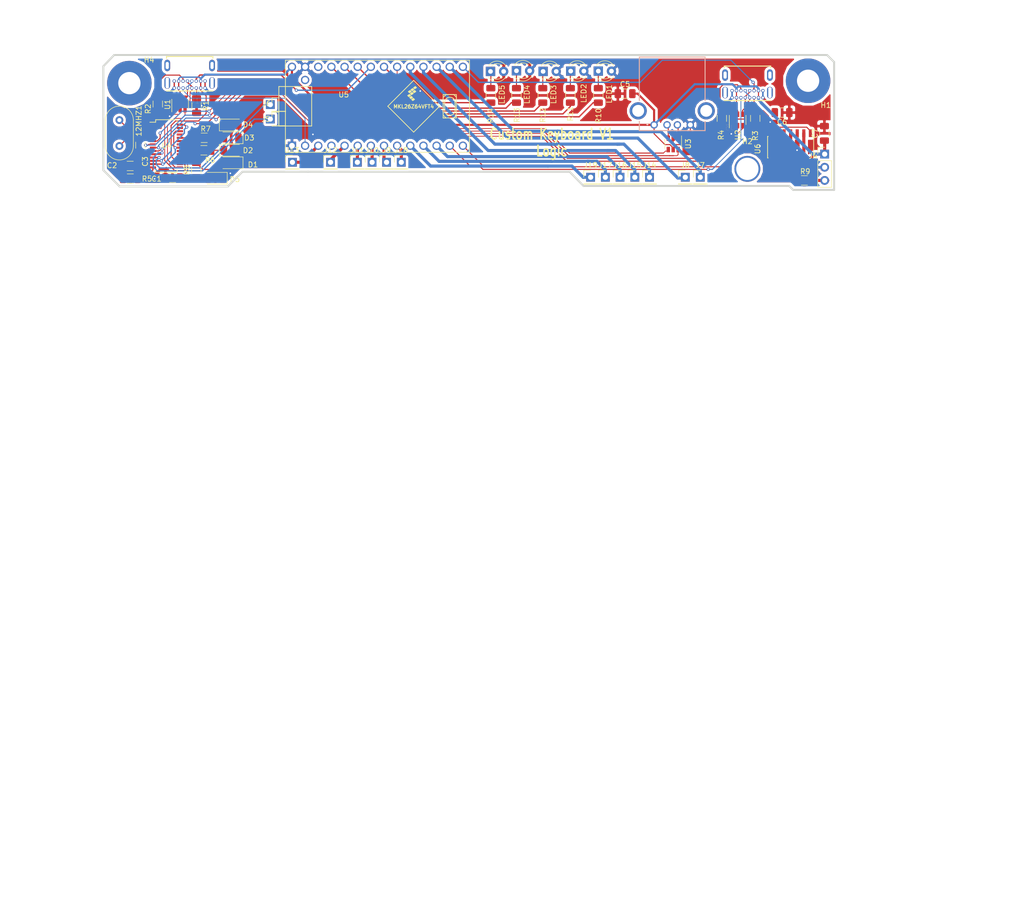
<source format=kicad_pcb>
(kicad_pcb (version 20171130) (host pcbnew 5.0.2+dfsg1-1)
  (layers (0 Front signal) (31 Back signal) (34 B.Paste user) (35 F.Paste user) (36 B.SilkS user) (37 F.SilkS user) (38 B.Mask user hide) (39 F.Mask user hide) (44 Edge.Cuts user))
  (net 0 "")
  (net 1 /COL0)
  (net 2 /COL1)
  (net 3 /COL4)
  (net 4 /COL5)
  (net 5 /COL6)
  (net 6 /ROW0)
  (net 7 /ROW1)
  (net 8 /ROW2)
  (net 9 /ROW3)
  (net 10 /ROW4)
  (net 11 /ROW5)
  (net 12 GND)
  (net 13 +5V)
  (net 14 "Net-(J1-PadA5)")
  (net 15 INPUT_USB_CONN_D+)
  (net 16 INPUT_USB_CONN_D-)
  (net 17 MOSI_IN)
  (net 18 "Net-(J1-PadB5)")
  (net 19 SCK_IN)
  (net 20 "Net-(J1-PadP1)")
  (net 21 "Net-(J2-PadP1)")
  (net 22 SCK_OUT)
  (net 23 OUTPUTC_USB_CONN_D-)
  (net 24 OUTPUTC_USB_CONN_D+)
  (net 25 "Net-(J2-PadB5)")
  (net 26 MOSI_OUT)
  (net 27 "Net-(J2-PadA5)")
  (net 28 OUTPUTA_USB_CONN_D+)
  (net 29 OUTPUTA_USB_CONN_D-)
  (net 30 LED_BACKLIGHT_33V)
  (net 31 L4)
  (net 32 L3)
  (net 33 L2)
  (net 34 L1)
  (net 35 /COL3)
  (net 36 /COL2)
  (net 37 "Net-(U5-Pad31)")
  (net 38 "Net-(U5-Pad34)")
  (net 39 "Net-(U5-Pad4)")
  (net 40 L5)
  (net 41 "Net-(LED4-Pad1)")
  (net 42 "Net-(LED5-Pad1)")
  (net 43 "Net-(LED3-Pad1)")
  (net 44 "Net-(LED2-Pad1)")
  (net 45 "Net-(LED1-Pad1)")
  (net 46 "Net-(R9-Pad2)")
  (net 47 "Net-(J4-Pad3)")
  (net 48 "Net-(D3-Pad2)")
  (net 49 "Net-(R7-Pad2)")
  (net 50 "Net-(R5-Pad1)")
  (net 51 "Net-(D1-Pad1)")
  (net 52 "Net-(D5-Pad2)")
  (net 53 "Net-(R6-Pad2)")
  (net 54 "Net-(D1-Pad2)")
  (net 55 OUTPUTA_USB_D+)
  (net 56 OUTPUTA_USB_D-)
  (net 57 OUTPUTC_USB_D-)
  (net 58 OUTPUTC_USB_D+)
  (net 59 INPUT_USB_D+)
  (net 60 INPUT_USB_D-)
  (net 61 "Net-(12MHZ1-Pad2)")
  (net 62 "Net-(12MHZ1-Pad1)")
  (net 63 "Net-(U4-Pad4)")
  (net 64 "Net-(U4-Pad5)")
  (net 65 TEENSY_USB_D-)
  (net 66 TEENSY_USB_D+)
  (net 67 "Net-(U4-Pad18)")
  (net 68 "Net-(U4-Pad19)")
  (net 69 "Net-(U4-Pad25)")
  (net 70 "Net-(U4-Pad27)")
  (net 71 "Net-(U6-Pad13)")
  (net 72 "Net-(U6-Pad11)")
  (net 73 "Net-(U6-Pad10)")
  (net 74 "Net-(U6-Pad6)")
  (net 75 "Net-(U6-Pad8)")
  (net 76 VD33)
  (net 77 VD18)
  (module Package_SO:SSOP-28_3.9x9.9mm_P0.635mm (layer Front) (at 75.886928 50.607538)
    (fp_text reference U4 (at 0.0635 -0.0635) (layer F.SilkS))
    (fp_text value FE1.1s)
    (pad 1 smd rect (at -2.6 -4.1275) (size 1.2 0.4) (layers Front F.Paste F.Mask) (net 12 GND))
    (pad 2 smd rect (at -2.6 -3.4925) (size 1.2 0.4) (layers Front F.Paste F.Mask) (net 61 "Net-(12MHZ1-Pad2)"))
    (pad 3 smd rect (at -2.6 -2.8575) (size 1.2 0.4) (layers Front F.Paste F.Mask) (net 62 "Net-(12MHZ1-Pad1)"))
    (pad 4 smd rect (at -2.6 -2.2225) (size 1.2 0.4) (layers Front F.Paste F.Mask) (net 63 "Net-(U4-Pad4)"))
    (pad 5 smd rect (at -2.6 -1.5875) (size 1.2 0.4) (layers Front F.Paste F.Mask) (net 64 "Net-(U4-Pad5)"))
    (pad 6 smd rect (at -2.6 -0.9525) (size 1.2 0.4) (layers Front F.Paste F.Mask) (net 56 OUTPUTA_USB_D-))
    (pad 7 smd rect (at -2.6 -0.3175) (size 1.2 0.4) (layers Front F.Paste F.Mask) (net 55 OUTPUTA_USB_D+))
    (pad 8 smd rect (at -2.6 0.3175) (size 1.2 0.4) (layers Front F.Paste F.Mask) (net 57 OUTPUTC_USB_D-))
    (pad 9 smd rect (at -2.6 0.9525) (size 1.2 0.4) (layers Front F.Paste F.Mask) (net 58 OUTPUTC_USB_D+))
    (pad 10 smd rect (at -2.6 1.5875) (size 1.2 0.4) (layers Front F.Paste F.Mask) (net 65 TEENSY_USB_D-))
    (pad 11 smd rect (at -2.6 2.2225) (size 1.2 0.4) (layers Front F.Paste F.Mask) (net 66 TEENSY_USB_D+))
    (pad 12 smd rect (at -2.6 2.8575) (size 1.2 0.4) (layers Front F.Paste F.Mask) (net 77 VD18))
    (pad 13 smd rect (at -2.6 3.4925) (size 1.2 0.4) (layers Front F.Paste F.Mask) (net 76 VD33))
    (pad 14 smd rect (at -2.6 4.1275) (size 1.2 0.4) (layers Front F.Paste F.Mask) (net 50 "Net-(R5-Pad1)"))
    (pad 15 smd rect (at 2.6 4.1275) (size 1.2 0.4) (layers Front F.Paste F.Mask) (net 60 INPUT_USB_D-))
    (pad 16 smd rect (at 2.6 3.4925) (size 1.2 0.4) (layers Front F.Paste F.Mask) (net 59 INPUT_USB_D+))
    (pad 17 smd rect (at 2.6 2.8575) (size 1.2 0.4) (layers Front F.Paste F.Mask) (net 13 +5V))
    (pad 18 smd rect (at 2.6 2.2225) (size 1.2 0.4) (layers Front F.Paste F.Mask) (net 67 "Net-(U4-Pad18)"))
    (pad 19 smd rect (at 2.6 1.5875) (size 1.2 0.4) (layers Front F.Paste F.Mask) (net 68 "Net-(U4-Pad19)"))
    (pad 20 smd rect (at 2.6 0.9525) (size 1.2 0.4) (layers Front F.Paste F.Mask) (net 13 +5V))
    (pad 21 smd rect (at 2.6 0.3175) (size 1.2 0.4) (layers Front F.Paste F.Mask) (net 76 VD33))
    (pad 22 smd rect (at 2.6 -0.3175) (size 1.2 0.4) (layers Front F.Paste F.Mask) (net 51 "Net-(D1-Pad1)"))
    (pad 23 smd rect (at 2.6 -0.9525) (size 1.2 0.4) (layers Front F.Paste F.Mask) (net 53 "Net-(R6-Pad2)"))
    (pad 24 smd rect (at 2.6 -1.5875) (size 1.2 0.4) (layers Front F.Paste F.Mask) (net 49 "Net-(R7-Pad2)"))
    (pad 25 smd rect (at 2.6 -2.2225) (size 1.2 0.4) (layers Front F.Paste F.Mask) (net 69 "Net-(U4-Pad25)"))
    (pad 26 smd rect (at 2.6 -2.8575) (size 1.2 0.4) (layers Front F.Paste F.Mask) (net 76 VD33))
    (pad 27 smd rect (at 2.6 -3.4925) (size 1.2 0.4) (layers Front F.Paste F.Mask) (net 70 "Net-(U4-Pad27)"))
    (pad 28 smd rect (at 2.6 -4.1275) (size 1.2 0.4) (layers Front F.Paste F.Mask) (net 77 VD18))
  )
  (module Capacitor_SMD:C_1206_3216Metric (layer Front) (at 70.866 50.4444 90)
    (fp_text reference C3 (at -3.1496 0.9144 90) (layer F.SilkS))
    (fp_text value 10u)
    (pad 1 smd roundrect (at -1.4 0 90) (size 1.25 1.75) (layers Front F.Paste F.Mask) (roundrect_rratio 0.2) (net 77 VD18))
    (pad 2 smd roundrect (at 1.4 0 90) (size 1.25 1.75) (layers Front F.Paste F.Mask) (roundrect_rratio 0.2) (net 12 GND))
  )
  (module Capacitor_SMD:C_1206_3216Metric (layer Front) (at 164.4904 40.4876)
    (fp_text reference C5 (at 0 -1.82) (layer F.SilkS))
    (fp_text value 1u)
    (pad 1 smd roundrect (at -1.4 0) (size 1.25 1.75) (layers Front F.Paste F.Mask) (roundrect_rratio 0.2) (net 12 GND))
    (pad 2 smd roundrect (at 1.4 0) (size 1.25 1.75) (layers Front F.Paste F.Mask) (roundrect_rratio 0.2) (net 13 +5V))
  )
  (module Capacitor_SMD:C_1206_3216Metric (layer Front) (at 194.818 44.1452 180)
    (fp_text reference C6 (at 0 -1.82 180) (layer F.SilkS))
    (fp_text value 1u)
    (pad 2 smd roundrect (at 1.4 0 180) (size 1.25 1.75) (layers Front F.Paste F.Mask) (roundrect_rratio 0.2) (net 13 +5V))
    (pad 1 smd roundrect (at -1.4 0 180) (size 1.25 1.75) (layers Front F.Paste F.Mask) (roundrect_rratio 0.2) (net 12 GND))
  )
  (module Capacitor_SMD:C_1206_3216Metric (layer Front) (at 202.9968 48.1584 90)
    (fp_text reference C7 (at 0 -1.82 90) (layer F.SilkS))
    (fp_text value 1u)
    (pad 1 smd roundrect (at -1.4 0 90) (size 1.25 1.75) (layers Front F.Paste F.Mask) (roundrect_rratio 0.2) (net 13 +5V))
    (pad 2 smd roundrect (at 1.4 0 90) (size 1.25 1.75) (layers Front F.Paste F.Mask) (roundrect_rratio 0.2) (net 12 GND))
  )
  (module Connector_PinHeader_2.54mm:PinHeader_1x01_P2.54mm_Vertical (layer Front) (at 179.0192 56.642)
    (fp_text reference J7 (at 0 -2.33) (layer F.SilkS))
    (fp_text value Conn_01x01)
    (pad 1 thru_hole rect (at 0 0) (size 1.7 1.7) (drill 1) (layers *.Cu *.Mask) (net 1 /COL0))
  )
  (module Connector_PinHeader_2.54mm:PinHeader_1x01_P2.54mm_Vertical (layer Front) (at 176.1236 56.642)
    (fp_text reference J8 (at 0 -2.33) (layer F.SilkS))
    (fp_text value Conn_01x01)
    (pad 1 thru_hole rect (at 0 0) (size 1.7 1.7) (drill 1) (layers *.Cu *.Mask) (net 2 /COL1))
  )
  (module Connector_PinHeader_2.54mm:PinHeader_1x01_P2.54mm_Vertical (layer Front) (at 118.4148 53.7464)
    (fp_text reference J9 (at 0 -2.33) (layer F.SilkS))
    (fp_text value Conn_01x01)
    (pad 1 thru_hole rect (at 0 0) (size 1.7 1.7) (drill 1) (layers *.Cu *.Mask) (net 36 /COL2))
  )
  (module Connector_PinHeader_2.54mm:PinHeader_1x01_P2.54mm_Vertical (layer Front) (at 157.8356 56.642)
    (fp_text reference J19 (at 0 -2.33) (layer F.SilkS))
    (fp_text value Conn_01x01)
    (pad 1 thru_hole rect (at 0 0) (size 1.7 1.7) (drill 1) (layers *.Cu *.Mask) (net 10 /ROW4))
  )
  (module Connector_PinHeader_2.54mm:PinHeader_1x01_P2.54mm_Vertical (layer Front) (at 112.776 53.7464)
    (fp_text reference J11 (at 0 -2.33) (layer F.SilkS))
    (fp_text value Conn_01x01)
    (pad 1 thru_hole rect (at 0 0) (size 1.7 1.7) (drill 1) (layers *.Cu *.Mask) (net 3 /COL4))
  )
  (module Connector_PinHeader_2.54mm:PinHeader_1x01_P2.54mm_Vertical (layer Front) (at 107.5944 53.7464)
    (fp_text reference J12 (at 0 -2.33) (layer F.SilkS))
    (fp_text value Conn_01x01)
    (pad 1 thru_hole rect (at 0 0) (size 1.7 1.7) (drill 1) (layers *.Cu *.Mask) (net 4 /COL5))
  )
  (module Connector_PinHeader_2.54mm:PinHeader_1x01_P2.54mm_Vertical (layer Front) (at 100.2284 53.7464)
    (fp_text reference J13 (at 0 -2.33) (layer F.SilkS))
    (fp_text value Conn_01x01)
    (pad 1 thru_hole rect (at 0 0) (size 1.7 1.7) (drill 1) (layers *.Cu *.Mask) (net 5 /COL6))
  )
  (module Connector_PinHeader_2.54mm:PinHeader_1x01_P2.54mm_Vertical (layer Front) (at 169.2148 56.642)
    (fp_text reference J14 (at 0 -2.33) (layer F.SilkS))
    (fp_text value Conn_01x01)
    (pad 1 thru_hole rect (at 0 0) (size 1.7 1.7) (drill 1) (layers *.Cu *.Mask) (net 6 /ROW0))
  )
  (module Connector_PinHeader_2.54mm:PinHeader_1x01_P2.54mm_Vertical (layer Front) (at 166.37 56.642)
    (fp_text reference J15 (at 0 -2.33) (layer F.SilkS))
    (fp_text value Conn_01x01)
    (pad 1 thru_hole rect (at 0 0) (size 1.7 1.7) (drill 1) (layers *.Cu *.Mask) (net 7 /ROW1))
  )
  (module Connector_PinHeader_2.54mm:PinHeader_1x01_P2.54mm_Vertical (layer Front) (at 163.5252 56.642)
    (fp_text reference J16 (at 0 -2.33) (layer F.SilkS))
    (fp_text value Conn_01x01)
    (pad 1 thru_hole rect (at 0 0) (size 1.7 1.7) (drill 1) (layers *.Cu *.Mask) (net 8 /ROW2))
  )
  (module Connector_PinHeader_2.54mm:PinHeader_1x01_P2.54mm_Vertical (layer Front) (at 160.6804 56.642)
    (fp_text reference J17 (at 0 -2.33) (layer F.SilkS))
    (fp_text value Conn_01x01)
    (pad 1 thru_hole rect (at 0 0) (size 1.7 1.7) (drill 1) (layers *.Cu *.Mask) (net 9 /ROW3))
  )
  (module Connector_PinHeader_2.54mm:PinHeader_1x01_P2.54mm_Vertical (layer Front) (at 121.2596 53.7464)
    (fp_text reference J18 (at 0 -2.33) (layer F.SilkS))
    (fp_text value Conn_01x01)
    (pad 1 thru_hole rect (at 0 0) (size 1.7 1.7) (drill 1) (layers *.Cu *.Mask) (net 11 /ROW5))
  )
  (module Connector_PinHeader_2.54mm:PinHeader_1x01_P2.54mm_Vertical (layer Front) (at 115.6208 53.7464)
    (fp_text reference J10 (at 0 -2.33) (layer F.SilkS))
    (fp_text value Conn_01x01)
    (pad 1 thru_hole rect (at 0 0) (size 1.7 1.7) (drill 1) (layers *.Cu *.Mask) (net 35 /COL3))
  )
  (module USBC:GCT_USB4085-GF-A_REVA (layer Front) (at 188.1378 37.2364 180)
    (fp_text reference J2 (at 1.0414 -5.5372 180) (layer F.SilkS) (effects (font (size 1.00015 1.00015) (thickness 0.015))))
    (fp_text value OutputC)
    (pad P4 thru_hole oval (at -4.325 0.335 180) (size 1.108 2.216) (drill oval 0.6 1.4) (layers *.Cu *.Mask) (net 21 "Net-(J2-PadP1)"))
    (pad P3 thru_hole oval (at 4.325 0.335 180) (size 1.108 2.216) (drill oval 0.6 1.4) (layers *.Cu *.Mask) (net 21 "Net-(J2-PadP1)"))
    (pad P2 thru_hole oval (at 4.325 -3.045 180) (size 1.108 2.216) (drill oval 0.6 2.1) (layers *.Cu *.Mask) (net 21 "Net-(J2-PadP1)"))
    (pad P1 thru_hole oval (at -4.325 -3.045 180) (size 1.108 2.216) (drill oval 0.6 2.1) (layers *.Cu *.Mask) (net 21 "Net-(J2-PadP1)"))
    (pad B12 thru_hole circle (at -2.975 -2.675 180) (size 0.65 0.65) (drill 0.4) (layers *.Cu *.Mask) (net 12 GND))
    (pad B9 thru_hole circle (at -2.125 -2.675 180) (size 0.65 0.65) (drill 0.4) (layers *.Cu *.Mask) (net 13 +5V))
    (pad B8 thru_hole circle (at -1.275 -2.675 180) (size 0.65 0.65) (drill 0.4) (layers *.Cu *.Mask) (net 22 SCK_OUT))
    (pad B7 thru_hole circle (at -0.425 -2.675 180) (size 0.65 0.65) (drill 0.4) (layers *.Cu *.Mask) (net 23 OUTPUTC_USB_CONN_D-))
    (pad B6 thru_hole circle (at 0.425 -2.675 180) (size 0.65 0.65) (drill 0.4) (layers *.Cu *.Mask) (net 24 OUTPUTC_USB_CONN_D+))
    (pad B5 thru_hole circle (at 1.275 -2.675 180) (size 0.65 0.65) (drill 0.4) (layers *.Cu *.Mask) (net 25 "Net-(J2-PadB5)"))
    (pad B4 thru_hole circle (at 2.125 -2.675 180) (size 0.65 0.65) (drill 0.4) (layers *.Cu *.Mask) (net 13 +5V))
    (pad B1 thru_hole circle (at 2.975 -2.675 180) (size 0.65 0.65) (drill 0.4) (layers *.Cu *.Mask) (net 12 GND))
    (pad A12 thru_hole circle (at 2.975 -4.025 180) (size 0.65 0.65) (drill 0.4) (layers *.Cu *.Mask) (net 12 GND))
    (pad A9 thru_hole circle (at 2.125 -4.025 180) (size 0.65 0.65) (drill 0.4) (layers *.Cu *.Mask) (net 13 +5V))
    (pad A8 thru_hole circle (at 1.275 -4.025 180) (size 0.65 0.65) (drill 0.4) (layers *.Cu *.Mask) (net 26 MOSI_OUT))
    (pad A7 thru_hole circle (at 0.425 -4.025 180) (size 0.65 0.65) (drill 0.4) (layers *.Cu *.Mask) (net 23 OUTPUTC_USB_CONN_D-))
    (pad A6 thru_hole circle (at -0.425 -4.025 180) (size 0.65 0.65) (drill 0.4) (layers *.Cu *.Mask) (net 24 OUTPUTC_USB_CONN_D+))
    (pad A5 thru_hole circle (at -1.275 -4.025 180) (size 0.65 0.65) (drill 0.4) (layers *.Cu *.Mask) (net 27 "Net-(J2-PadA5)"))
    (pad A4 thru_hole circle (at -2.125 -4.025 180) (size 0.65 0.65) (drill 0.4) (layers *.Cu *.Mask) (net 13 +5V))
    (pad A1 thru_hole circle (at -2.975 -4.025 180) (size 0.65 0.65) (drill 0.4) (layers *.Cu *.Mask) (net 12 GND))
  )
  (module Teensy:Teensy_LC_CUSTOM_EDIT (layer Front) (at 116.6495 42.926)
    (fp_text reference U5 (at -6.5151 -2.2352) (layer F.SilkS))
    (fp_text value Teensy-LC)
    (fp_text user MKL26Z64VFT4 (at 7 0.06) (layer F.SilkS) (effects (font (size 0.7 0.7))))
    (pad 20 thru_hole circle (at 16.51 -7.62) (size 1.6 1.6) (drill 1.1) (layers *.Cu *.Mask) (net 22 SCK_OUT))
    (pad 14 thru_hole circle (at 16.51 7.62) (size 1.6 1.6) (drill 1.1) (layers *.Cu *.Mask) (net 30 LED_BACKLIGHT_33V))
    (pad 21 thru_hole circle (at 13.97 -7.62) (size 1.6 1.6) (drill 1.1) (layers *.Cu *.Mask) (net 1 /COL0))
    (pad 22 thru_hole circle (at 11.43 -7.62) (size 1.6 1.6) (drill 1.1) (layers *.Cu *.Mask) (net 2 /COL1))
    (pad 23 thru_hole circle (at 8.89 -7.62) (size 1.6 1.6) (drill 1.1) (layers *.Cu *.Mask) (net 6 /ROW0))
    (pad 24 thru_hole circle (at 6.35 -7.62) (size 1.6 1.6) (drill 1.1) (layers *.Cu *.Mask) (net 7 /ROW1))
    (pad 25 thru_hole circle (at 3.81 -7.62) (size 1.6 1.6) (drill 1.1) (layers *.Cu *.Mask) (net 40 L5))
    (pad 26 thru_hole circle (at 1.27 -7.62) (size 1.6 1.6) (drill 1.1) (layers *.Cu *.Mask) (net 31 L4))
    (pad 27 thru_hole circle (at -1.27 -7.62) (size 1.6 1.6) (drill 1.1) (layers *.Cu *.Mask) (net 19 SCK_IN))
    (pad 28 thru_hole circle (at -3.81 -7.62) (size 1.6 1.6) (drill 1.1) (layers *.Cu *.Mask) (net 32 L3))
    (pad 29 thru_hole circle (at -6.35 -7.62) (size 1.6 1.6) (drill 1.1) (layers *.Cu *.Mask) (net 33 L2))
    (pad 30 thru_hole circle (at -8.89 -7.62) (size 1.6 1.6) (drill 1.1) (layers *.Cu *.Mask) (net 34 L1))
    (pad 31 thru_hole circle (at -11.43 -7.62) (size 1.6 1.6) (drill 1.1) (layers *.Cu *.Mask) (net 37 "Net-(U5-Pad31)"))
    (pad 32 thru_hole circle (at -13.97 -7.62) (size 1.6 1.6) (drill 1.1) (layers *.Cu *.Mask) (net 12 GND))
    (pad 33 thru_hole circle (at -16.51 -7.62) (size 1.6 1.6) (drill 1.1) (layers *.Cu *.Mask) (net 13 +5V))
    (pad 34 thru_hole circle (at -13.97 -5.08) (size 1.6 1.6) (drill 1.1) (layers *.Cu *.Mask) (net 38 "Net-(U5-Pad34)"))
    (pad 13 thru_hole circle (at 13.97 7.62) (size 1.6 1.6) (drill 1.1) (layers *.Cu *.Mask) (net 26 MOSI_OUT))
    (pad 12 thru_hole circle (at 11.43 7.62) (size 1.6 1.6) (drill 1.1) (layers *.Cu *.Mask) (net 8 /ROW2))
    (pad 11 thru_hole circle (at 8.89 7.62) (size 1.6 1.6) (drill 1.1) (layers *.Cu *.Mask) (net 9 /ROW3))
    (pad 10 thru_hole circle (at 6.35 7.62) (size 1.6 1.6) (drill 1.1) (layers *.Cu *.Mask) (net 10 /ROW4))
    (pad 9 thru_hole circle (at 3.81 7.62) (size 1.6 1.6) (drill 1.1) (layers *.Cu *.Mask) (net 11 /ROW5))
    (pad 8 thru_hole circle (at 1.27 7.62) (size 1.6 1.6) (drill 1.1) (layers *.Cu *.Mask) (net 36 /COL2))
    (pad 7 thru_hole circle (at -1.27 7.62) (size 1.6 1.6) (drill 1.1) (layers *.Cu *.Mask) (net 35 /COL3))
    (pad 6 thru_hole circle (at -3.81 7.62) (size 1.6 1.6) (drill 1.1) (layers *.Cu *.Mask) (net 3 /COL4))
    (pad 5 thru_hole circle (at -6.35 7.62) (size 1.6 1.6) (drill 1.1) (layers *.Cu *.Mask) (net 4 /COL5))
    (pad 4 thru_hole circle (at -8.89 7.62) (size 1.6 1.6) (drill 1.1) (layers *.Cu *.Mask) (net 39 "Net-(U5-Pad4)"))
    (pad 3 thru_hole circle (at -11.43 7.62) (size 1.6 1.6) (drill 1.1) (layers *.Cu *.Mask) (net 5 /COL6))
    (pad 2 thru_hole circle (at -13.97 7.62) (size 1.6 1.6) (drill 1.1) (layers *.Cu *.Mask) (net 17 MOSI_IN))
    (pad 1 thru_hole rect (at -16.51 7.62) (size 1.6 1.6) (drill 1.1) (layers *.Cu *.Mask) (net 12 GND))
  )
  (module Connector_PinHeader_2.54mm:PinHeader_1x01_P2.54mm_Vertical (layer Front) (at 97.5995 45.4025)
    (fp_text reference J5 (at -2.4765 0) (layer F.SilkS))
    (fp_text value Conn_01x01)
    (pad 1 thru_hole rect (at -1.6383 0) (size 1.7 1.7) (drill 1) (layers *.Cu *.Mask) (net 65 TEENSY_USB_D-))
  )
  (module Connector_PinHeader_2.54mm:PinHeader_1x01_P2.54mm_Vertical (layer Front) (at 97.5995 42.6085)
    (fp_text reference J6 (at -2.3495 -0.1905) (layer F.SilkS))
    (fp_text value Conn_01x01)
    (pad 1 thru_hole rect (at -1.6383 0) (size 1.7 1.7) (drill 1) (layers *.Cu *.Mask) (net 66 TEENSY_USB_D+))
  )
  (module Capacitor_SMD:C_1206_3216Metric (layer Front) (at 77.086 56.7436 180)
    (fp_text reference C1 (at 3.1212 -0.2032 180) (layer F.SilkS))
    (fp_text value 10u)
    (pad 2 smd roundrect (at 1.4 0 180) (size 1.25 1.75) (layers Front F.Paste F.Mask) (roundrect_rratio 0.2) (net 12 GND))
    (pad 1 smd roundrect (at -1.4 0 180) (size 1.25 1.75) (layers Front F.Paste F.Mask) (roundrect_rratio 0.2) (net 13 +5V))
  )
  (module Capacitor_SMD:C_1206_3216Metric (layer Front) (at 68.8848 54.4576 180)
    (fp_text reference C2 (at 3.5052 0.1016 180) (layer F.SilkS))
    (fp_text value 10u)
    (pad 1 smd roundrect (at -1.4 0 180) (size 1.25 1.75) (layers Front F.Paste F.Mask) (roundrect_rratio 0.2) (net 76 VD33))
    (pad 2 smd roundrect (at 1.4 0 180) (size 1.25 1.75) (layers Front F.Paste F.Mask) (roundrect_rratio 0.2) (net 12 GND))
  )
  (module Connector_PinHeader_2.54mm:PinHeader_1x03_P2.54mm_Vertical (layer Front) (at 203.0476 52.1716)
    (fp_text reference J4 (at -2.229614 0.364745) (layer F.SilkS))
    (fp_text value Conn_01x03)
    (pad 1 thru_hole rect (at 0 0) (size 1.7 1.7) (drill 1) (layers *.Cu *.Mask) (net 13 +5V))
    (pad 2 thru_hole oval (at 0 2.54) (size 1.7 1.7) (drill 1) (layers *.Cu *.Mask) (net 12 GND))
    (pad 3 thru_hole oval (at 0 5.08) (size 1.7 1.7) (drill 1) (layers *.Cu *.Mask) (net 47 "Net-(J4-Pad3)"))
  )
  (module Crystal:Resonator-2Pin_W10.0mm_H5.0mm (layer Front) (at 66.802 50.5968 90)
    (fp_text reference 12MHZ1 (at 4.826 3.7592 90) (layer F.SilkS))
    (fp_text value Crystal)
    (pad 1 thru_hole circle (at 0 0 90) (size 1.5 1.5) (drill 0.8) (layers *.Cu *.Mask) (net 62 "Net-(12MHZ1-Pad1)"))
    (pad 2 thru_hole circle (at 5 0 90) (size 1.5 1.5) (drill 0.8) (layers *.Cu *.Mask) (net 61 "Net-(12MHZ1-Pad2)"))
  )
  (module LED_SMD:LED_1206_3216Metric (layer Front) (at 88.396428 53.846038 180)
    (fp_text reference D1 (at -4.211972 -0.357562 180) (layer F.SilkS))
    (fp_text value D)
    (pad 1 smd roundrect (at -1.4 0 180) (size 1.25 1.75) (layers Front F.Paste F.Mask) (roundrect_rratio 0.2) (net 51 "Net-(D1-Pad1)"))
    (pad 2 smd roundrect (at 1.4 0 180) (size 1.25 1.75) (layers Front F.Paste F.Mask) (roundrect_rratio 0.2) (net 54 "Net-(D1-Pad2)"))
  )
  (module LED_SMD:LED_1206_3216Metric (layer Front) (at 88.396428 51.433038)
    (fp_text reference D2 (at 3.246772 0.027362) (layer F.SilkS))
    (fp_text value D)
    (pad 2 smd roundrect (at 1.4 0) (size 1.25 1.75) (layers Front F.Paste F.Mask) (roundrect_rratio 0.2) (net 51 "Net-(D1-Pad1)"))
    (pad 1 smd roundrect (at -1.4 0) (size 1.25 1.75) (layers Front F.Paste F.Mask) (roundrect_rratio 0.2) (net 54 "Net-(D1-Pad2)"))
  )
  (module LED_SMD:LED_1206_3216Metric (layer Front) (at 88.396428 49.020038 180)
    (fp_text reference D3 (at -3.500772 -0.001962 180) (layer F.SilkS))
    (fp_text value D)
    (pad 1 smd roundrect (at -1.4 0 180) (size 1.25 1.75) (layers Front F.Paste F.Mask) (roundrect_rratio 0.2) (net 51 "Net-(D1-Pad1)"))
    (pad 2 smd roundrect (at 1.4 0 180) (size 1.25 1.75) (layers Front F.Paste F.Mask) (roundrect_rratio 0.2) (net 48 "Net-(D3-Pad2)"))
  )
  (module LED_SMD:LED_1206_3216Metric (layer Front) (at 88.396428 46.543538)
    (fp_text reference D4 (at 3.246772 -0.061538) (layer F.SilkS))
    (fp_text value D)
    (pad 2 smd roundrect (at 1.4 0) (size 1.25 1.75) (layers Front F.Paste F.Mask) (roundrect_rratio 0.2) (net 51 "Net-(D1-Pad1)"))
    (pad 1 smd roundrect (at -1.4 0) (size 1.25 1.75) (layers Front F.Paste F.Mask) (roundrect_rratio 0.2) (net 48 "Net-(D3-Pad2)"))
  )
  (module LED_SMD:LED_1206_3216Metric (layer Front) (at 85.348428 56.830538 180)
    (fp_text reference D5 (at -3.754772 -0.217862 180) (layer F.SilkS))
    (fp_text value D)
    (pad 1 smd roundrect (at -1.4 0 180) (size 1.25 1.75) (layers Front F.Paste F.Mask) (roundrect_rratio 0.2) (net 12 GND))
    (pad 2 smd roundrect (at 1.4 0 180) (size 1.25 1.75) (layers Front F.Paste F.Mask) (roundrect_rratio 0.2) (net 52 "Net-(D5-Pad2)"))
  )
  (module LED_THT:LED_D3.0mm (layer Front) (at 143.51 36.068)
    (fp_text reference LED4 (at 2.032 4.572 90) (layer F.SilkS))
    (fp_text value LED4)
    (pad 1 thru_hole rect (at 0 0) (size 1.8 1.8) (drill 0.9) (layers *.Cu *.Mask) (net 41 "Net-(LED4-Pad1)"))
    (pad 2 thru_hole circle (at 2.54 0) (size 1.8 1.8) (drill 0.9) (layers *.Cu *.Mask) (net 12 GND))
  )
  (module LED_THT:LED_D3.0mm (layer Front) (at 159.3215 36.1315)
    (fp_text reference LED1 (at 2.1209 4.4069 90) (layer F.SilkS))
    (fp_text value LED1)
    (pad 2 thru_hole circle (at 2.54 0) (size 1.8 1.8) (drill 0.9) (layers *.Cu *.Mask) (net 12 GND))
    (pad 1 thru_hole rect (at 0 0) (size 1.8 1.8) (drill 0.9) (layers *.Cu *.Mask) (net 45 "Net-(LED1-Pad1)"))
  )
  (module LED_THT:LED_D3.0mm (layer Front) (at 148.6535 36.195)
    (fp_text reference LED3 (at 2.0193 4.445 90) (layer F.SilkS))
    (fp_text value LED3)
    (pad 1 thru_hole rect (at 0 0) (size 1.8 1.8) (drill 0.9) (layers *.Cu *.Mask) (net 43 "Net-(LED3-Pad1)"))
    (pad 2 thru_hole circle (at 2.54 0) (size 1.8 1.8) (drill 0.9) (layers *.Cu *.Mask) (net 12 GND))
  )
  (module LED_THT:LED_D3.0mm (layer Front) (at 138.4935 36.195)
    (fp_text reference LED5 (at 2.2225 4.445 90) (layer F.SilkS))
    (fp_text value LED5)
    (pad 2 thru_hole circle (at 2.54 0) (size 1.8 1.8) (drill 0.9) (layers *.Cu *.Mask) (net 12 GND))
    (pad 1 thru_hole rect (at 0 0) (size 1.8 1.8) (drill 0.9) (layers *.Cu *.Mask) (net 42 "Net-(LED5-Pad1)"))
  )
  (module LED_THT:LED_D3.0mm (layer Front) (at 153.9875 36.1315)
    (fp_text reference LED2 (at 2.5273 4.3053 90) (layer F.SilkS))
    (fp_text value LED2)
    (pad 1 thru_hole rect (at 0 0) (size 1.8 1.8) (drill 0.9) (layers *.Cu *.Mask) (net 44 "Net-(LED2-Pad1)"))
    (pad 2 thru_hole circle (at 2.54 0) (size 1.8 1.8) (drill 0.9) (layers *.Cu *.Mask) (net 12 GND))
  )
  (module MountingHole:MountingHole_4.3mm_M4_Pad (layer Front) (at 68.7324 38.4556)
    (fp_text reference H4 (at 3.81 -4.4704) (layer F.SilkS))
    (fp_text value MountingHole)
    (pad 1 thru_hole circle (at 0 0) (size 8.6 8.6) (drill 4.3) (layers *.Cu *.Mask))
  )
  (module MountingHole:MountingHole_4.3mm_M4_Pad (layer Front) (at 188.1124 55.0164)
    (fp_text reference H2 (at 0 -5.3) (layer F.SilkS))
    (fp_text value MountingHole)
    (pad 1 thru_hole circle (at 0 0) (size 5 5) (drill 4.3) (layers *.Cu *.Mask))
  )
  (module MountingHole:MountingHole_4.3mm_M4_Pad (layer Front) (at 199.8472 37.9984)
    (fp_text reference H1 (at 3.4036 4.7244) (layer F.SilkS))
    (fp_text value MountingHole)
    (pad 1 thru_hole circle (at 0 0) (size 8.6 8.6) (drill 4.3) (layers *.Cu *.Mask))
  )
  (module Package_SO:SOIC-14_3.9x8.7mm_P1.27mm (layer Front) (at 196.476114 50.828955 270)
    (fp_text reference U6 (at 0.326645 6.382514 270) (layer F.SilkS))
    (fp_text value 74LS14)
    (pad 1 smd rect (at -2.7 -3.81 270) (size 1.5 0.6) (layers Front F.Paste F.Mask) (net 30 LED_BACKLIGHT_33V))
    (pad 2 smd rect (at -2.7 -2.54 270) (size 1.5 0.6) (layers Front F.Paste F.Mask) (net 71 "Net-(U6-Pad13)"))
    (pad 3 smd rect (at -2.7 -1.27 270) (size 1.5 0.6) (layers Front F.Paste F.Mask) (net 12 GND))
    (pad 4 smd rect (at -2.7 0 270) (size 1.5 0.6) (layers Front F.Paste F.Mask) (net 72 "Net-(U6-Pad11)"))
    (pad 5 smd rect (at -2.7 1.27 270) (size 1.5 0.6) (layers Front F.Paste F.Mask) (net 73 "Net-(U6-Pad10)"))
    (pad 6 smd rect (at -2.7 2.54 270) (size 1.5 0.6) (layers Front F.Paste F.Mask) (net 74 "Net-(U6-Pad6)"))
    (pad 7 smd rect (at -2.7 3.81 270) (size 1.5 0.6) (layers Front F.Paste F.Mask) (net 12 GND))
    (pad 8 smd rect (at 2.7 3.81 270) (size 1.5 0.6) (layers Front F.Paste F.Mask) (net 75 "Net-(U6-Pad8)"))
    (pad 9 smd rect (at 2.7 2.54 270) (size 1.5 0.6) (layers Front F.Paste F.Mask) (net 74 "Net-(U6-Pad6)"))
    (pad 10 smd rect (at 2.7 1.27 270) (size 1.5 0.6) (layers Front F.Paste F.Mask) (net 73 "Net-(U6-Pad10)"))
    (pad 11 smd rect (at 2.7 0 270) (size 1.5 0.6) (layers Front F.Paste F.Mask) (net 72 "Net-(U6-Pad11)"))
    (pad 12 smd rect (at 2.7 -1.27 270) (size 1.5 0.6) (layers Front F.Paste F.Mask) (net 46 "Net-(R9-Pad2)"))
    (pad 13 smd rect (at 2.7 -2.54 270) (size 1.5 0.6) (layers Front F.Paste F.Mask) (net 71 "Net-(U6-Pad13)"))
    (pad 14 smd rect (at 2.7 -3.81 270) (size 1.5 0.6) (layers Front F.Paste F.Mask) (net 13 +5V))
  )
  (module Package_TO_SOT_SMD:SOT-23-6 (layer Front) (at 78.5368 42.4688 90)
    (fp_text reference U1 (at -0.1143 -2.4384 90) (layer F.SilkS))
    (fp_text value USBLC6-2SC6)
    (pad 1 smd rect (at -1.1 -0.95 90) (size 1.06 0.65) (layers Front F.Paste F.Mask) (net 59 INPUT_USB_D+))
    (pad 2 smd rect (at -1.1 0 90) (size 1.06 0.65) (layers Front F.Paste F.Mask) (net 12 GND))
    (pad 3 smd rect (at -1.1 0.95 90) (size 1.06 0.65) (layers Front F.Paste F.Mask) (net 60 INPUT_USB_D-))
    (pad 4 smd rect (at 1.1 0.95 90) (size 1.06 0.65) (layers Front F.Paste F.Mask) (net 16 INPUT_USB_CONN_D-))
    (pad 6 smd rect (at 1.1 -0.95 90) (size 1.06 0.65) (layers Front F.Paste F.Mask) (net 15 INPUT_USB_CONN_D+))
    (pad 5 smd rect (at 1.1 0 90) (size 1.06 0.65) (layers Front F.Paste F.Mask) (net 13 +5V))
  )
  (module Package_TO_SOT_SMD:SOT-23-6 (layer Front) (at 186.2328 45.5676 90)
    (fp_text reference U2 (at -2.8956 0.0508 90) (layer F.SilkS))
    (fp_text value USBLC6-2SC6)
    (pad 5 smd rect (at 1.1 0 90) (size 1.06 0.65) (layers Front F.Paste F.Mask) (net 13 +5V))
    (pad 6 smd rect (at 1.1 -0.95 90) (size 1.06 0.65) (layers Front F.Paste F.Mask) (net 24 OUTPUTC_USB_CONN_D+))
    (pad 4 smd rect (at 1.1 0.95 90) (size 1.06 0.65) (layers Front F.Paste F.Mask) (net 23 OUTPUTC_USB_CONN_D-))
    (pad 3 smd rect (at -1.1 0.95 90) (size 1.06 0.65) (layers Front F.Paste F.Mask) (net 57 OUTPUTC_USB_D-))
    (pad 2 smd rect (at -1.1 0 90) (size 1.06 0.65) (layers Front F.Paste F.Mask) (net 12 GND))
    (pad 1 smd rect (at -1.1 -0.95 90) (size 1.06 0.65) (layers Front F.Paste F.Mask) (net 58 OUTPUTC_USB_D+))
  )
  (module Package_TO_SOT_SMD:SOT-23-6 (layer Front) (at 173.7868 50.1904 270)
    (fp_text reference U3 (at 0 -2.9 270) (layer F.SilkS))
    (fp_text value USBLC6-2SC6)
    (pad 1 smd rect (at -1.1 -0.95 270) (size 1.06 0.65) (layers Front F.Paste F.Mask) (net 28 OUTPUTA_USB_CONN_D+))
    (pad 2 smd rect (at -1.1 0 270) (size 1.06 0.65) (layers Front F.Paste F.Mask) (net 12 GND))
    (pad 3 smd rect (at -1.1 0.95 270) (size 1.06 0.65) (layers Front F.Paste F.Mask) (net 29 OUTPUTA_USB_CONN_D-))
    (pad 4 smd rect (at 1.1 0.95 270) (size 1.06 0.65) (layers Front F.Paste F.Mask) (net 56 OUTPUTA_USB_D-))
    (pad 6 smd rect (at 1.1 -0.95 270) (size 1.06 0.65) (layers Front F.Paste F.Mask) (net 55 OUTPUTA_USB_D+))
    (pad 5 smd rect (at 1.1 0 270) (size 1.06 0.65) (layers Front F.Paste F.Mask) (net 13 +5V))
  )
  (module Resistor_SMD:R_1206_3216Metric (layer Front) (at 83.125928 51.433038 180)
    (fp_text reference R6 (at -1.202072 -1.906962 180) (layer F.SilkS))
    (fp_text value 150)
    (pad 2 smd roundrect (at 1.4 0 180) (size 1.25 1.75) (layers Front F.Paste F.Mask) (roundrect_rratio 0.2) (net 53 "Net-(R6-Pad2)"))
    (pad 1 smd roundrect (at -1.4 0 180) (size 1.25 1.75) (layers Front F.Paste F.Mask) (roundrect_rratio 0.2) (net 54 "Net-(D1-Pad2)"))
  )
  (module Resistor_SMD:R_1206_3216Metric (layer Front) (at 81.7118 42.8117 270)
    (fp_text reference R1 (at 0 -1.82 270) (layer F.SilkS))
    (fp_text value 5.1k)
    (pad 1 smd roundrect (at -1.399999 0 270) (size 1.25 1.75) (layers Front F.Paste F.Mask) (roundrect_rratio 0.2) (net 14 "Net-(J1-PadA5)"))
    (pad 2 smd roundrect (at 1.399999 0 270) (size 1.25 1.75) (layers Front F.Paste F.Mask) (roundrect_rratio 0.2) (net 12 GND))
  )
  (module Resistor_SMD:R_1206_3216Metric (layer Front) (at 81.665428 55.243038 90)
    (fp_text reference R8 (at 0 -1.82 90) (layer F.SilkS))
    (fp_text value 150)
    (pad 2 smd roundrect (at 1.4 0 90) (size 1.25 1.75) (layers Front F.Paste F.Mask) (roundrect_rratio 0.2) (net 51 "Net-(D1-Pad1)"))
    (pad 1 smd roundrect (at -1.4 0 90) (size 1.25 1.75) (layers Front F.Paste F.Mask) (roundrect_rratio 0.2) (net 52 "Net-(D5-Pad2)"))
  )
  (module Resistor_SMD:R_1206_3216Metric (layer Front) (at 74.2188 42.4942 270)
    (fp_text reference R2 (at 0.9398 1.8796 270) (layer F.SilkS))
    (fp_text value 5.1k)
    (pad 1 smd roundrect (at -1.399999 0 270) (size 1.25 1.75) (layers Front F.Paste F.Mask) (roundrect_rratio 0.2) (net 18 "Net-(J1-PadB5)"))
    (pad 2 smd roundrect (at 1.399999 0 270) (size 1.25 1.75) (layers Front F.Paste F.Mask) (roundrect_rratio 0.2) (net 12 GND))
  )
  (module Resistor_SMD:R_1206_3216Metric (layer Front) (at 189.6364 45.2628 270)
    (fp_text reference R3 (at 3.3528 0 270) (layer F.SilkS))
    (fp_text value 5.1k)
    (pad 2 smd roundrect (at 1.4 0 270) (size 1.25 1.75) (layers Front F.Paste F.Mask) (roundrect_rratio 0.2) (net 12 GND))
    (pad 1 smd roundrect (at -1.4 0 270) (size 1.25 1.75) (layers Front F.Paste F.Mask) (roundrect_rratio 0.2) (net 27 "Net-(J2-PadA5)"))
  )
  (module Resistor_SMD:R_1206_3216Metric (layer Front) (at 183.1848 45.2628 270)
    (fp_text reference R4 (at 3.2004 0.1524 270) (layer F.SilkS))
    (fp_text value 5.1k)
    (pad 1 smd roundrect (at -1.4 0 270) (size 1.25 1.75) (layers Front F.Paste F.Mask) (roundrect_rratio 0.2) (net 25 "Net-(J2-PadB5)"))
    (pad 2 smd roundrect (at 1.4 0 270) (size 1.25 1.75) (layers Front F.Paste F.Mask) (roundrect_rratio 0.2) (net 12 GND))
  )
  (module Resistor_SMD:R_1206_3216Metric (layer Front) (at 68.9132 56.896 180)
    (fp_text reference R5 (at -3.2228 -0.0508 180) (layer F.SilkS))
    (fp_text value 2.7k)
    (pad 2 smd roundrect (at 1.4 0 180) (size 1.25 1.75) (layers Front F.Paste F.Mask) (roundrect_rratio 0.2) (net 12 GND))
    (pad 1 smd roundrect (at -1.4 0 180) (size 1.25 1.75) (layers Front F.Paste F.Mask) (roundrect_rratio 0.2) (net 50 "Net-(R5-Pad1)"))
  )
  (module Resistor_SMD:R_1206_3216Metric (layer Front) (at 83.189428 49.020038 180)
    (fp_text reference R7 (at -0.274972 1.725238 180) (layer F.SilkS))
    (fp_text value 150)
    (pad 1 smd roundrect (at -1.4 0 180) (size 1.25 1.75) (layers Front F.Paste F.Mask) (roundrect_rratio 0.2) (net 48 "Net-(D3-Pad2)"))
    (pad 2 smd roundrect (at 1.4 0 180) (size 1.25 1.75) (layers Front F.Paste F.Mask) (roundrect_rratio 0.2) (net 49 "Net-(R7-Pad2)"))
  )
  (module Resistor_SMD:R_1206_3216Metric (layer Front) (at 199.136 57.2516 180)
    (fp_text reference R9 (at -0.1524 1.7272 180) (layer F.SilkS))
    (fp_text value 510)
    (pad 2 smd roundrect (at 1.4 0 180) (size 1.25 1.75) (layers Front F.Paste F.Mask) (roundrect_rratio 0.2) (net 46 "Net-(R9-Pad2)"))
    (pad 1 smd roundrect (at -1.4 0 180) (size 1.25 1.75) (layers Front F.Paste F.Mask) (roundrect_rratio 0.2) (net 47 "Net-(J4-Pad3)"))
  )
  (module Resistor_SMD:R_1206_3216Metric (layer Front) (at 159.3215 40.8305 90)
    (fp_text reference R10 (at -3.9243 0.0381 90) (layer F.SilkS))
    (fp_text value 150)
    (pad 1 smd roundrect (at -1.4 0 90) (size 1.25 1.75) (layers Front F.Paste F.Mask) (roundrect_rratio 0.2) (net 34 L1))
    (pad 2 smd roundrect (at 1.4 0 90) (size 1.25 1.75) (layers Front F.Paste F.Mask) (roundrect_rratio 0.2) (net 45 "Net-(LED1-Pad1)"))
  )
  (module Resistor_SMD:R_1206_3216Metric (layer Front) (at 153.924 40.8305 90)
    (fp_text reference R11 (at -3.5687 0 90) (layer F.SilkS))
    (fp_text value 150)
    (pad 2 smd roundrect (at 1.4 0 90) (size 1.25 1.75) (layers Front F.Paste F.Mask) (roundrect_rratio 0.2) (net 44 "Net-(LED2-Pad1)"))
    (pad 1 smd roundrect (at -1.4 0 90) (size 1.25 1.75) (layers Front F.Paste F.Mask) (roundrect_rratio 0.2) (net 33 L2))
  )
  (module Resistor_SMD:R_1206_3216Metric (layer Front) (at 148.59 40.8305 90)
    (fp_text reference R12 (at -3.8227 0 90) (layer F.SilkS))
    (fp_text value 150)
    (pad 1 smd roundrect (at -1.4 0 90) (size 1.25 1.75) (layers Front F.Paste F.Mask) (roundrect_rratio 0.2) (net 32 L3))
    (pad 2 smd roundrect (at 1.4 0 90) (size 1.25 1.75) (layers Front F.Paste F.Mask) (roundrect_rratio 0.2) (net 43 "Net-(LED3-Pad1)"))
  )
  (module Resistor_SMD:R_1206_3216Metric (layer Front) (at 138.557 40.8305 90)
    (fp_text reference R14 (at -3.9243 -0.0254 90) (layer F.SilkS))
    (fp_text value 150)
    (pad 2 smd roundrect (at 1.4 0 90) (size 1.25 1.75) (layers Front F.Paste F.Mask) (roundrect_rratio 0.2) (net 42 "Net-(LED5-Pad1)"))
    (pad 1 smd roundrect (at -1.4 0 90) (size 1.25 1.75) (layers Front F.Paste F.Mask) (roundrect_rratio 0.2) (net 40 L5))
  )
  (module Resistor_SMD:R_1206_3216Metric (layer Front) (at 143.51 40.8305 90)
    (fp_text reference R13 (at -3.8227 0.1016 90) (layer F.SilkS))
    (fp_text value 150)
    (pad 1 smd roundrect (at -1.4 0 90) (size 1.25 1.75) (layers Front F.Paste F.Mask) (roundrect_rratio 0.2) (net 31 L4))
    (pad 2 smd roundrect (at 1.4 0 90) (size 1.25 1.75) (layers Front F.Paste F.Mask) (roundrect_rratio 0.2) (net 41 "Net-(LED4-Pad1)"))
  )
  (module USBA:61400416021 (layer Back) (at 173.5963 40.5257)
    (fp_text reference J3 (at 11.073 6.5359) (layer B.SilkS) (effects (font (thickness 0.015)) (justify mirror)))
    (fp_text value OutputA)
    (pad S1 thru_hole circle (at -6.57 3.28) (size 3.316 3.316) (drill 2.3) (layers *.Cu *.Mask))
    (pad S2 thru_hole circle (at 6.57 3.28) (size 3.316 3.316) (drill 2.3) (layers *.Cu *.Mask))
    (pad 3 thru_hole circle (at 1 5.99) (size 1.428 1.428) (drill 0.92) (layers *.Cu *.Mask) (net 28 OUTPUTA_USB_CONN_D+))
    (pad 2 thru_hole circle (at -1 5.99) (size 1.428 1.428) (drill 0.92) (layers *.Cu *.Mask) (net 29 OUTPUTA_USB_CONN_D-))
    (pad 4 thru_hole circle (at 3.5 5.99) (size 1.428 1.428) (drill 0.92) (layers *.Cu *.Mask) (net 12 GND))
    (pad 1 thru_hole circle (at -3.5 5.99) (size 1.428 1.428) (drill 0.92) (layers *.Cu *.Mask) (net 13 +5V))
  )
  (module USBC:GCT_USB4085-GF-A_REVA (layer Front) (at 80.3783 35.3822 180)
    (fp_text reference J1 (at -1.097425 -6.515415 180) (layer F.SilkS) (effects (font (size 1.00015 1.00015) (thickness 0.015))))
    (fp_text value Input)
    (pad A1 thru_hole circle (at -2.975 -4.025 180) (size 0.65 0.65) (drill 0.4) (layers *.Cu *.Mask) (net 12 GND))
    (pad A4 thru_hole circle (at -2.125 -4.025 180) (size 0.65 0.65) (drill 0.4) (layers *.Cu *.Mask) (net 13 +5V))
    (pad A5 thru_hole circle (at -1.275 -4.025 180) (size 0.65 0.65) (drill 0.4) (layers *.Cu *.Mask) (net 14 "Net-(J1-PadA5)"))
    (pad A6 thru_hole circle (at -0.425 -4.025 180) (size 0.65 0.65) (drill 0.4) (layers *.Cu *.Mask) (net 15 INPUT_USB_CONN_D+))
    (pad A7 thru_hole circle (at 0.425 -4.025 180) (size 0.65 0.65) (drill 0.4) (layers *.Cu *.Mask) (net 16 INPUT_USB_CONN_D-))
    (pad A8 thru_hole circle (at 1.275 -4.025 180) (size 0.65 0.65) (drill 0.4) (layers *.Cu *.Mask) (net 17 MOSI_IN))
    (pad A9 thru_hole circle (at 2.125 -4.025 180) (size 0.65 0.65) (drill 0.4) (layers *.Cu *.Mask) (net 13 +5V))
    (pad A12 thru_hole circle (at 2.975 -4.025 180) (size 0.65 0.65) (drill 0.4) (layers *.Cu *.Mask) (net 12 GND))
    (pad B1 thru_hole circle (at 2.975 -2.675 180) (size 0.65 0.65) (drill 0.4) (layers *.Cu *.Mask) (net 12 GND))
    (pad B4 thru_hole circle (at 2.125 -2.675 180) (size 0.65 0.65) (drill 0.4) (layers *.Cu *.Mask) (net 13 +5V))
    (pad B5 thru_hole circle (at 1.275 -2.675 180) (size 0.65 0.65) (drill 0.4) (layers *.Cu *.Mask) (net 18 "Net-(J1-PadB5)"))
    (pad B6 thru_hole circle (at 0.425 -2.675 180) (size 0.65 0.65) (drill 0.4) (layers *.Cu *.Mask) (net 15 INPUT_USB_CONN_D+))
    (pad B7 thru_hole circle (at -0.425 -2.675 180) (size 0.65 0.65) (drill 0.4) (layers *.Cu *.Mask) (net 16 INPUT_USB_CONN_D-))
    (pad B8 thru_hole circle (at -1.275 -2.675 180) (size 0.65 0.65) (drill 0.4) (layers *.Cu *.Mask) (net 19 SCK_IN))
    (pad B9 thru_hole circle (at -2.125 -2.675 180) (size 0.65 0.65) (drill 0.4) (layers *.Cu *.Mask) (net 13 +5V))
    (pad B12 thru_hole circle (at -2.975 -2.675 180) (size 0.65 0.65) (drill 0.4) (layers *.Cu *.Mask) (net 12 GND))
    (pad P1 thru_hole oval (at -4.325 -3.045 180) (size 1.108 2.216) (drill oval 0.6 2.1) (layers *.Cu *.Mask) (net 20 "Net-(J1-PadP1)"))
    (pad P2 thru_hole oval (at 4.325 -3.045 180) (size 1.108 2.216) (drill oval 0.6 2.1) (layers *.Cu *.Mask) (net 20 "Net-(J1-PadP1)"))
    (pad P3 thru_hole oval (at 4.325 0.335 180) (size 1.108 2.216) (drill oval 0.6 1.4) (layers *.Cu *.Mask) (net 20 "Net-(J1-PadP1)"))
    (pad P4 thru_hole oval (at -4.325 0.335 180) (size 1.108 2.216) (drill oval 0.6 1.4) (layers *.Cu *.Mask) (net 20 "Net-(J1-PadP1)"))
  )
  (gr_line (start 63.7032 35.2044) (end 65.786 33.02) (layer Edge.Cuts) (width 0.381))
  (gr_line (start 87.7316 58.42) (end 66.8528 58.42) (layer Edge.Cuts) (width 0.381))
  (gr_line (start 63.7032 55.2704) (end 66.8528 58.42) (layer Edge.Cuts) (width 0.381))
  (gr_line (start 63.7032 35.2044) (end 63.7032 55.2704) (layer Edge.Cuts) (width 0.381))
  (gr_line (start 90.5764 55.5752) (end 87.7316 58.42) (layer Edge.Cuts) (width 0.381))
  (gr_line (start 103.2256 55.5752) (end 90.5764 55.5752) (layer Edge.Cuts) (width 0.381))
  (gr_line (start 196.9516 59.0804) (end 204.8764 59.0804) (layer Edge.Cuts) (width 0.381))
  (gr_line (start 203.5048 33.02) (end 204.8764 34.3916) (layer Edge.Cuts) (width 0.381))
  (gr_line (start 204.8764 59.0804) (end 204.8764 34.3916) (layer Edge.Cuts) (width 0.381))
  (gr_line (start 196.1896 58.3184) (end 196.9516 59.0804) (layer Edge.Cuts) (width 0.381))
  (gr_line (start 156.464 58.3184) (end 196.1896 58.3184) (layer Edge.Cuts) (width 0.381))
  (gr_line (start 153.7716 55.5752) (end 156.464 58.3184) (layer Edge.Cuts) (width 0.381))
  (gr_line (start 153.7716 55.5752) (end 103.2256 55.5752) (layer Edge.Cuts) (width 0.381))
  (gr_text "Custom Keyboard V1\nLogic" (at 150.3172 49.9364) (layer F.SilkS) (effects (font (size 2.032 1.524) (thickness 0.3048))))
  (gr_line (start 203.5048 33.02) (end 65.786 33.02) (angle 90) (layer Edge.Cuts) (width 0.381))
  (segment (start 130.6195 35.306) (end 143.0655 47.752) (width 0.6) (layer Back) (net 1))
  (segment (start 171.407701 47.834501) (end 151.568101 47.834501) (width 0.6) (layer Back) (net 1))
  (segment (start 151.568101 47.834501) (end 151.4856 47.752) (width 0.6) (layer Back) (net 1))
  (segment (start 179.0192 56.896) (end 179.0192 55.446) (width 0.6) (layer Back) (net 1))
  (segment (start 179.0192 55.446) (end 171.407701 47.834501) (width 0.6) (layer Back) (net 1))
  (segment (start 143.0655 47.752) (end 151.4856 47.752) (width 0.6) (layer Back) (net 1))
  (segment (start 151.4856 47.752) (end 151.952394 47.752) (width 0.6) (layer Back) (net 1))
  (segment (start 128.0795 35.306) (end 141.8463 49.0728) (width 0.6) (layer Back) (net 2))
  (segment (start 166.952 49.0728) (end 149.4028 49.0728) (width 0.6) (layer Back) (net 2))
  (segment (start 174.6736 56.7944) (end 166.952 49.0728) (width 0.6) (layer Back) (net 2))
  (segment (start 176.1236 56.7944) (end 174.6736 56.7944) (width 0.6) (layer Back) (net 2))
  (segment (start 141.8463 49.0728) (end 149.4028 49.0728) (width 0.6) (layer Back) (net 2))
  (segment (start 149.4028 49.0728) (end 151.9936 49.0728) (width 0.6) (layer Back) (net 2))
  (segment (start 112.776 50.6095) (end 112.8395 50.546) (width 0.6) (layer Front) (net 3))
  (segment (start 112.776 53.7972) (end 112.776 50.6095) (width 0.6) (layer Front) (net 3))
  (segment (start 107.315 53.5305) (end 110.2995 50.546) (width 0.6096) (layer Front) (net 4))
  (segment (start 102.0191 53.7464) (end 105.2195 50.546) (width 0.6) (layer Front) (net 5))
  (segment (start 100.2284 53.7464) (end 102.0191 53.7464) (width 0.6) (layer Front) (net 5))
  (segment (start 125.5395 36.43737) (end 139.34333 50.2412) (width 0.6) (layer Back) (net 6))
  (segment (start 125.5395 35.306) (end 125.5395 36.43737) (width 0.6) (layer Back) (net 6))
  (segment (start 139.34333 50.2412) (end 149.7584 50.2412) (width 0.6) (layer Back) (net 6))
  (segment (start 149.7584 50.2412) (end 151.546871 50.2412) (width 0.6) (layer Back) (net 6))
  (segment (start 164.264 50.2412) (end 162.9664 50.2412) (width 0.6) (layer Back) (net 6))
  (segment (start 169.2148 55.192) (end 164.264 50.2412) (width 0.6) (layer Back) (net 6))
  (segment (start 169.2148 56.642) (end 169.2148 55.192) (width 0.6) (layer Back) (net 6))
  (segment (start 163.4512 50.2412) (end 162.9664 50.2412) (width 0.6) (layer Back) (net 6))
  (segment (start 162.9664 50.2412) (end 149.7584 50.2412) (width 0.6) (layer Back) (net 6))
  (segment (start 138.03523 51.4731) (end 151.4856 51.4731) (width 0.6) (layer Back) (net 7))
  (segment (start 122.9995 36.43737) (end 138.03523 51.4731) (width 0.6) (layer Back) (net 7))
  (segment (start 122.9995 35.306) (end 122.9995 36.43737) (width 0.6) (layer Back) (net 7))
  (segment (start 166.37 55.192) (end 162.6511 51.4731) (width 0.6) (layer Back) (net 7))
  (segment (start 166.37 56.642) (end 166.37 55.192) (width 0.6) (layer Back) (net 7))
  (segment (start 161.5335 51.4731) (end 160.9852 51.4731) (width 0.6) (layer Back) (net 7))
  (segment (start 162.6511 51.4731) (end 160.9852 51.4731) (width 0.6) (layer Back) (net 7))
  (segment (start 160.9852 51.4731) (end 151.4856 51.4731) (width 0.6) (layer Back) (net 7))
  (segment (start 128.0795 50.546) (end 130.187669 52.654169) (width 0.6096) (layer Back) (net 8))
  (segment (start 130.187669 52.654169) (end 150.825169 52.654169) (width 0.6096) (layer Back) (net 8))
  (segment (start 159.666569 52.654169) (end 150.825169 52.654169) (width 0.6) (layer Back) (net 8))
  (segment (start 160.987369 52.654169) (end 159.666569 52.654169) (width 0.6) (layer Back) (net 8))
  (segment (start 163.5252 55.192) (end 160.987369 52.654169) (width 0.6) (layer Back) (net 8))
  (segment (start 163.5252 56.642) (end 163.5252 55.192) (width 0.6) (layer Back) (net 8))
  (segment (start 128.562079 53.568579) (end 150.342579 53.568579) (width 0.6096) (layer Back) (net 9))
  (segment (start 125.5395 50.546) (end 128.562079 53.568579) (width 0.6096) (layer Back) (net 9))
  (segment (start 160.6804 55.192) (end 159.056979 53.568579) (width 0.6) (layer Back) (net 9))
  (segment (start 160.6804 56.642) (end 160.6804 55.192) (width 0.6) (layer Back) (net 9))
  (segment (start 159.056979 53.568579) (end 157.226 53.568579) (width 0.6) (layer Back) (net 9))
  (segment (start 157.583779 53.568579) (end 157.226 53.568579) (width 0.6) (layer Back) (net 9))
  (segment (start 157.226 53.568579) (end 150.342579 53.568579) (width 0.6) (layer Back) (net 9))
  (segment (start 126.936489 54.482989) (end 149.605989 54.482989) (width 0.6096) (layer Back) (net 10))
  (segment (start 122.9995 50.546) (end 126.936489 54.482989) (width 0.6096) (layer Back) (net 10))
  (segment (start 154.226589 54.482989) (end 149.605989 54.482989) (width 0.6) (layer Back) (net 10))
  (segment (start 156.3856 56.642) (end 154.226589 54.482989) (width 0.6) (layer Back) (net 10))
  (segment (start 157.8356 56.642) (end 156.3856 56.642) (width 0.6) (layer Back) (net 10))
  (segment (start 121.2596 51.3461) (end 120.4595 50.546) (width 0.6) (layer Front) (net 11))
  (segment (start 121.2596 53.7464) (end 121.2596 51.3461) (width 0.6) (layer Front) (net 11))
  (segment (start 177.0963 47.525448) (end 177.0963 46.5157) (width 0.2032) (layer Front) (net 12))
  (segment (start 175.386921 50.331601) (end 177.0963 48.622222) (width 0.2032) (layer Front) (net 12))
  (segment (start 174.086679 50.331601) (end 175.386921 50.331601) (width 0.2032) (layer Front) (net 12))
  (segment (start 177.0963 48.622222) (end 177.0963 47.525448) (width 0.2032) (layer Front) (net 12))
  (segment (start 173.7868 50.031722) (end 174.086679 50.331601) (width 0.2032) (layer Front) (net 12))
  (segment (start 173.7868 49.3952) (end 173.7868 50.031722) (width 0.2032) (layer Front) (net 12))
  (via (at 197.7136 51.4096) (size 0.6096) (drill 0.3048) (layers Front Back) (net 12))
  (segment (start 202.445114 55.146955) (end 202.381614 55.210455) (width 0.2032) (layer Front) (net 12))
  (segment (start 191.1128 41.2614) (end 191.1128 39.9114) (width 0.3048) (layer Back) (net 12))
  (segment (start 185.1628 41.2614) (end 185.1628 39.9114) (width 0.3048) (layer Back) (net 12))
  (segment (start 83.3533 39.4072) (end 83.3533 38.0572) (width 0.254) (layer Front) (net 12))
  (segment (start 77.4033 39.4072) (end 77.4033 38.0572) (width 0.254) (layer Front) (net 12))
  (via (at 190.5508 50.5968) (size 0.6096) (drill 0.3048) (layers Front Back) (net 12))
  (via (at 192.532 45.974) (size 0.6096) (drill 0.3048) (layers Front Back) (net 12))
  (segment (start 186.2328 47.35) (end 185.0136 48.26) (width 0.1524) (layer Front) (net 12))
  (segment (start 186.2328 46.6676) (end 186.2328 47.35) (width 0.1524) (layer Front) (net 12))
  (via (at 185.0136 48.26) (size 0.6096) (drill 0.3048) (layers Front Back) (net 12))
  (segment (start 146.05 37.340792) (end 146.1008 37.391592) (width 0.6096) (layer Front) (net 12))
  (segment (start 146.05 36.068) (end 146.05 37.340792) (width 0.6096) (layer Front) (net 12))
  (segment (start 146.1008 37.391592) (end 146.1008 40.4876) (width 0.6096) (layer Front) (net 12))
  (segment (start 146.1008 40.4876) (end 146.1008 40.9448) (width 0.6096) (layer Front) (net 12))
  (segment (start 141.0208 37.480492) (end 141.0208 40.2336) (width 0.6096) (layer Front) (net 12))
  (segment (start 141.0335 36.195) (end 141.0335 37.467792) (width 0.6096) (layer Front) (net 12))
  (segment (start 141.0335 37.467792) (end 141.0208 37.480492) (width 0.6096) (layer Front) (net 12))
  (segment (start 141.0335 34.922208) (end 140.9192 34.807908) (width 0.6096) (layer Front) (net 12))
  (segment (start 146.05 34.795208) (end 145.8468 34.592008) (width 0.6096) (layer Front) (net 12))
  (segment (start 146.05 36.068) (end 146.05 34.795208) (width 0.6096) (layer Front) (net 12))
  (segment (start 141.0335 34.922208) (end 141.0335 36.195) (width 0.6096) (layer Front) (net 12))
  (segment (start 141.665708 34.29) (end 141.0335 34.922208) (width 0.6096) (layer Front) (net 12))
  (segment (start 145.544792 34.29) (end 141.665708 34.29) (width 0.6096) (layer Front) (net 12))
  (segment (start 145.8468 34.592008) (end 145.544792 34.29) (width 0.6096) (layer Front) (net 12))
  (via (at 124.9172 39.9796) (size 0.6096) (drill 0.3048) (layers Front Back) (net 12))
  (via (at 104.1908 48.3616) (size 0.6096) (drill 0.3048) (layers Front Back) (net 12))
  (via (at 88.2396 55.88) (size 0.6096) (drill 0.3048) (layers Front Back) (net 12))
  (segment (start 81.7118 42.9006) (end 81.6356 42.8244) (width 0.2032) (layer Front) (net 12))
  (segment (start 81.7118 44.211699) (end 81.7118 42.9006) (width 0.2032) (layer Front) (net 12))
  (via (at 73.6092 56.9468) (size 0.6096) (drill 0.3048) (layers Front Back) (net 12))
  (via (at 82.7024 42.8244) (size 0.6096) (drill 0.3048) (layers Front Back) (net 12))
  (via (at 76.5048 44.8564) (size 0.6096) (drill 0.3048) (layers Front Back) (net 12))
  (segment (start 78.5368 44.2512) (end 78.5368 43.5688) (width 0.1524) (layer Front) (net 12))
  (segment (start 77.312451 44.479801) (end 78.308199 44.479801) (width 0.1524) (layer Front) (net 12))
  (segment (start 78.308199 44.479801) (end 78.5368 44.2512) (width 0.1524) (layer Front) (net 12))
  (segment (start 76.935852 44.8564) (end 77.312451 44.479801) (width 0.1524) (layer Front) (net 12))
  (segment (start 76.5048 44.8564) (end 76.935852 44.8564) (width 0.1524) (layer Front) (net 12))
  (segment (start 78.5368 40.9785) (end 78.5368 41.7117) (width 0.2032) (layer Front) (net 13))
  (segment (start 78.5368 40.150319) (end 78.5368 40.9785) (width 0.2032) (layer Front) (net 13))
  (segment (start 78.2533 39.866819) (end 78.5368 40.150319) (width 0.2032) (layer Front) (net 13))
  (segment (start 78.2533 39.4072) (end 78.2533 39.866819) (width 0.2032) (layer Front) (net 13))
  (segment (start 186.0128 41.2614) (end 186.0128 39.9114) (width 0.2032) (layer Front) (net 13))
  (segment (start 190.2628 41.2614) (end 190.2628 39.9114) (width 0.2032) (layer Front) (net 13))
  (segment (start 200.286114 53.078955) (end 200.286114 53.528955) (width 0.2032) (layer Front) (net 13))
  (segment (start 170.0963 47.525448) (end 170.0963 46.5157) (width 0.2032) (layer Front) (net 13))
  (segment (start 170.0963 48.241222) (end 170.0963 47.525448) (width 0.2032) (layer Front) (net 13))
  (segment (start 172.186679 50.331601) (end 170.0963 48.241222) (width 0.2032) (layer Front) (net 13))
  (segment (start 173.159723 50.331601) (end 172.186679 50.331601) (width 0.2032) (layer Front) (net 13))
  (segment (start 173.7868 50.958678) (end 173.159723 50.331601) (width 0.2032) (layer Front) (net 13))
  (segment (start 173.7868 51.5952) (end 173.7868 50.958678) (width 0.2032) (layer Front) (net 13))
  (segment (start 186.0128 41.721019) (end 186.0128 41.2614) (width 0.2032) (layer Front) (net 13))
  (segment (start 186.0128 43.5144) (end 186.0128 41.721019) (width 0.2032) (layer Front) (net 13))
  (segment (start 186.2328 43.7344) (end 186.0128 43.5144) (width 0.2032) (layer Front) (net 13))
  (segment (start 186.2328 44.4676) (end 186.2328 43.7344) (width 0.2032) (layer Front) (net 13))
  (segment (start 79.239328 51.560038) (end 78.486928 51.560038) (width 0.1524) (layer Front) (net 13))
  (segment (start 79.347638 51.560038) (end 79.239328 51.560038) (width 0.1524) (layer Front) (net 13))
  (segment (start 79.975939 52.188339) (end 79.347638 51.560038) (width 0.1524) (layer Front) (net 13))
  (segment (start 79.18171 56.04789) (end 79.388111 56.04789) (width 0.1524) (layer Front) (net 13))
  (segment (start 79.388111 56.04789) (end 79.975939 55.460062) (width 0.1524) (layer Front) (net 13))
  (segment (start 78.486 56.7436) (end 79.18171 56.04789) (width 0.1524) (layer Front) (net 13))
  (segment (start 191.162622 42.620841) (end 191.242 42.620841) (width 0.4064) (layer Back) (net 13))
  (segment (start 190.2628 41.2614) (end 190.2628 41.721019) (width 0.4064) (layer Back) (net 13))
  (segment (start 186.0128 39.451781) (end 186.0128 39.9114) (width 0.4064) (layer Back) (net 13))
  (segment (start 177.94661 38.66539) (end 185.226409 38.66539) (width 0.4064) (layer Back) (net 13))
  (segment (start 185.226409 38.66539) (end 186.0128 39.451781) (width 0.4064) (layer Back) (net 13))
  (segment (start 170.0963 46.5157) (end 177.94661 38.66539) (width 0.4064) (layer Back) (net 13))
  (segment (start 186.386182 39.078399) (end 189.846639 39.078399) (width 0.4064) (layer Back) (net 13))
  (segment (start 186.0128 39.451781) (end 186.386182 39.078399) (width 0.4064) (layer Back) (net 13))
  (segment (start 190.279799 39.894401) (end 190.2628 39.9114) (width 0.4064) (layer Back) (net 13))
  (segment (start 190.279799 39.511559) (end 190.279799 39.894401) (width 0.4064) (layer Back) (net 13))
  (segment (start 189.846639 39.078399) (end 190.279799 39.511559) (width 0.4064) (layer Back) (net 13))
  (segment (start 169.086552 46.5157) (end 170.0963 46.5157) (width 0.4064) (layer Front) (net 13))
  (segment (start 109.413358 46.5157) (end 169.086552 46.5157) (width 0.4064) (layer Front) (net 13))
  (segment (start 100.1395 37.241842) (end 109.413358 46.5157) (width 0.4064) (layer Front) (net 13))
  (segment (start 100.1395 35.306) (end 100.1395 37.241842) (width 0.4064) (layer Front) (net 13))
  (segment (start 99.339501 36.105999) (end 100.1395 35.306) (width 0.4064) (layer Back) (net 13))
  (segment (start 98.63431 36.81119) (end 99.339501 36.105999) (width 0.4064) (layer Back) (net 13))
  (segment (start 83.289691 36.81119) (end 98.63431 36.81119) (width 0.4064) (layer Back) (net 13))
  (segment (start 82.5033 37.597581) (end 83.289691 36.81119) (width 0.4064) (layer Back) (net 13))
  (segment (start 203.0476 52.1716) (end 200.713381 52.1716) (width 0.6) (layer Back) (net 13))
  (segment (start 200.713381 52.1716) (end 190.754 42.212219) (width 0.6) (layer Back) (net 13))
  (segment (start 190.2628 41.721019) (end 190.754 42.212219) (width 0.4064) (layer Back) (net 13))
  (segment (start 190.754 42.212219) (end 191.162622 42.620841) (width 0.4064) (layer Back) (net 13))
  (segment (start 200.286114 53.078955) (end 201.193469 52.1716) (width 0.6) (layer Front) (net 13))
  (segment (start 201.193469 52.1716) (end 203.0476 52.1716) (width 0.6) (layer Front) (net 13))
  (segment (start 203.0476 49.8632) (end 202.8952 49.7108) (width 0.6) (layer Front) (net 13))
  (segment (start 203.0476 52.1716) (end 203.0476 49.8632) (width 0.6) (layer Front) (net 13))
  (segment (start 82.5033 37.597581) (end 82.5033 38.0572) (width 0.254) (layer Back) (net 13))
  (segment (start 82.206118 37.300399) (end 82.5033 37.597581) (width 0.254) (layer Back) (net 13))
  (segment (start 78.550482 37.300399) (end 82.206118 37.300399) (width 0.254) (layer Back) (net 13))
  (segment (start 78.2533 37.597581) (end 78.550482 37.300399) (width 0.254) (layer Back) (net 13))
  (segment (start 78.2533 38.0572) (end 78.2533 37.597581) (width 0.254) (layer Back) (net 13))
  (segment (start 82.5033 39.4072) (end 82.5033 38.0572) (width 0.254) (layer Front) (net 13))
  (segment (start 78.2533 39.4072) (end 78.2533 38.0572) (width 0.254) (layer Front) (net 13))
  (segment (start 170.0963 45.505952) (end 170.0963 46.5157) (width 0.4064) (layer Front) (net 13))
  (segment (start 170.0963 43.670018) (end 170.0963 45.505952) (width 0.4064) (layer Front) (net 13))
  (segment (start 166.913882 40.4876) (end 170.0963 43.670018) (width 0.4064) (layer Front) (net 13))
  (segment (start 165.8904 40.4876) (end 166.913882 40.4876) (width 0.4064) (layer Front) (net 13))
  (segment (start 190.2628 41.721019) (end 192.686981 44.1452) (width 0.4064) (layer Front) (net 13))
  (segment (start 192.693 44.1452) (end 193.418 44.1452) (width 0.4064) (layer Front) (net 13))
  (segment (start 192.686981 44.1452) (end 192.693 44.1452) (width 0.4064) (layer Front) (net 13))
  (segment (start 190.2628 41.2614) (end 190.2628 41.721019) (width 0.4064) (layer Front) (net 13))
  (segment (start 79.417118 53.592028) (end 79.567567 53.592028) (width 0.2032) (layer Front) (net 13))
  (segment (start 79.290128 53.465038) (end 79.417118 53.592028) (width 0.2032) (layer Front) (net 13))
  (segment (start 78.486928 53.465038) (end 79.290128 53.465038) (width 0.2032) (layer Front) (net 13))
  (segment (start 79.975939 55.460062) (end 79.975939 54.0004) (width 0.1524) (layer Front) (net 13))
  (segment (start 79.567567 53.592028) (end 79.975939 54.0004) (width 0.2032) (layer Front) (net 13))
  (segment (start 79.975939 54.0004) (end 79.975939 52.188339) (width 0.1524) (layer Front) (net 13))
  (segment (start 82.5033 39.866819) (end 82.5033 39.4072) (width 0.2032) (layer Front) (net 13))
  (segment (start 83.566 40.929519) (end 82.5033 39.866819) (width 0.2032) (layer Front) (net 13))
  (segment (start 83.566 44.285805) (end 83.566 40.929519) (width 0.2032) (layer Front) (net 13))
  (segment (start 82.081005 45.7708) (end 83.566 44.285805) (width 0.2032) (layer Front) (net 13))
  (segment (start 77.664644 45.7708) (end 82.081005 45.7708) (width 0.2032) (layer Front) (net 13))
  (segment (start 76.792757 46.642687) (end 77.664644 45.7708) (width 0.2032) (layer Front) (net 13))
  (segment (start 76.792757 52.574067) (end 76.792757 46.642687) (width 0.2032) (layer Front) (net 13))
  (segment (start 77.683728 53.465038) (end 76.792757 52.574067) (width 0.2032) (layer Front) (net 13))
  (segment (start 78.486928 53.465038) (end 77.683728 53.465038) (width 0.2032) (layer Front) (net 13))
  (segment (start 81.6533 41.353201) (end 81.7118 41.411701) (width 0.2032) (layer Front) (net 14))
  (segment (start 81.7118 39.4657) (end 81.6533 39.4072) (width 0.2032) (layer Front) (net 14))
  (segment (start 81.7118 41.411701) (end 81.7118 39.4657) (width 0.2032) (layer Front) (net 14))
  (segment (start 80.8033 39.4072) (end 80.8033 39.639674) (width 0.2032) (layer Back) (net 15))
  (segment (start 79.9533 38.287134) (end 79.9533 38.0572) (width 0.254) (layer Front) (net 15))
  (segment (start 80.8033 39.137134) (end 79.9533 38.287134) (width 0.254) (layer Front) (net 15))
  (segment (start 80.8033 39.4072) (end 80.8033 39.137134) (width 0.254) (layer Front) (net 15))
  (segment (start 80.8033 39.866819) (end 80.8033 39.4072) (width 0.1524) (layer Front) (net 15))
  (segment (start 77.5868 41.7117) (end 77.5868 42.3941) (width 0.1524) (layer Front) (net 15))
  (segment (start 77.5868 42.3941) (end 77.815401 42.622701) (width 0.1524) (layer Front) (net 15))
  (segment (start 77.815401 42.622701) (end 80.116601 42.622701) (width 0.1524) (layer Front) (net 15))
  (segment (start 80.45579 42.283512) (end 80.45579 40.214329) (width 0.1524) (layer Front) (net 15))
  (segment (start 80.116601 42.622701) (end 80.45579 42.283512) (width 0.1524) (layer Front) (net 15))
  (segment (start 80.45579 40.214329) (end 80.8033 39.866819) (width 0.1524) (layer Front) (net 15))
  (segment (start 80.8033 38.324726) (end 80.8033 38.0572) (width 0.2032) (layer Back) (net 16))
  (segment (start 79.9533 39.174726) (end 80.8033 38.324726) (width 0.2032) (layer Back) (net 16))
  (segment (start 79.9533 39.4072) (end 79.9533 39.174726) (width 0.2032) (layer Back) (net 16))
  (segment (start 79.9533 39.866819) (end 79.9533 39.4072) (width 0.2032) (layer Front) (net 16))
  (segment (start 79.9533 41.0402) (end 79.9533 39.866819) (width 0.2032) (layer Front) (net 16))
  (segment (start 79.4868 41.5067) (end 79.9533 41.0402) (width 0.2032) (layer Front) (net 16))
  (segment (start 79.4868 41.7117) (end 79.4868 41.5067) (width 0.2032) (layer Front) (net 16))
  (segment (start 102.6795 45.302698) (end 102.6795 49.41463) (width 0.1524) (layer Back) (net 17))
  (segment (start 98.754301 41.377499) (end 102.6795 45.302698) (width 0.1524) (layer Back) (net 17))
  (segment (start 102.6795 49.41463) (end 102.6795 50.546) (width 0.1524) (layer Back) (net 17))
  (segment (start 80.61398 41.377499) (end 98.754301 41.377499) (width 0.1524) (layer Back) (net 17))
  (segment (start 79.1033 39.866819) (end 80.61398 41.377499) (width 0.1524) (layer Back) (net 17))
  (segment (start 79.1033 39.4072) (end 79.1033 39.866819) (width 0.1524) (layer Back) (net 17))
  (segment (start 79.1033 37.597581) (end 79.1033 38.0572) (width 0.2032) (layer Front) (net 18))
  (segment (start 78.418509 36.91279) (end 79.1033 37.597581) (width 0.2032) (layer Front) (net 18))
  (segment (start 75.655486 36.91279) (end 78.418509 36.91279) (width 0.2032) (layer Front) (net 18))
  (segment (start 74.2188 38.349476) (end 75.655486 36.91279) (width 0.2032) (layer Front) (net 18))
  (segment (start 74.2188 41.094201) (end 74.2188 38.349476) (width 0.2032) (layer Front) (net 18))
  (segment (start 82.363491 36.88739) (end 98.05059 36.88739) (width 0.254) (layer Front) (net 19))
  (segment (start 81.6533 38.0572) (end 81.6533 37.597581) (width 0.254) (layer Front) (net 19))
  (segment (start 81.6533 37.597581) (end 82.363491 36.88739) (width 0.254) (layer Front) (net 19))
  (segment (start 98.05059 36.88739) (end 100.9904 39.8272) (width 0.254) (layer Front) (net 19))
  (segment (start 100.9904 39.8272) (end 100.9904 39.8272) (width 0.254) (layer Front) (net 19))
  (via (at 100.9904 39.8272) (size 0.6096) (drill 0.3048) (layers Front Back) (net 19))
  (segment (start 110.8583 39.8272) (end 115.3795 35.306) (width 0.254) (layer Back) (net 19))
  (segment (start 100.9904 39.8272) (end 110.8583 39.8272) (width 0.254) (layer Back) (net 19))
  (segment (start 133.1595 35.306) (end 136.1567 38.3032) (width 0.254) (layer Back) (net 22))
  (segment (start 136.1567 38.3032) (end 167.410706 38.3032) (width 0.254) (layer Back) (net 22))
  (segment (start 189.319601 39.818201) (end 189.4128 39.9114) (width 0.254) (layer Front) (net 22))
  (segment (start 189.319601 39.548135) (end 189.319601 39.818201) (width 0.254) (layer Front) (net 22))
  (segment (start 171.677906 34.036) (end 183.8452 34.036) (width 0.2032) (layer Back) (net 22))
  (segment (start 167.410706 38.3032) (end 171.677906 34.036) (width 0.2032) (layer Back) (net 22))
  (segment (start 183.8452 34.036) (end 184.9628 34.036) (width 0.2032) (layer Back) (net 22))
  (segment (start 184.9628 34.036) (end 189.23 38.3032) (width 0.2032) (layer Back) (net 22))
  (segment (start 189.23 38.3032) (end 189.23 38.3032) (width 0.2032) (layer Back) (net 22))
  (via (at 189.23 38.3032) (size 0.6096) (drill 0.3048) (layers Front Back) (net 22))
  (segment (start 189.4128 38.486) (end 189.4128 39.9114) (width 0.2032) (layer Front) (net 22))
  (segment (start 189.23 38.3032) (end 189.4128 38.486) (width 0.2032) (layer Front) (net 22))
  (segment (start 187.7128 41.028926) (end 187.7128 41.2614) (width 0.2032) (layer Front) (net 23))
  (segment (start 188.5628 40.178926) (end 187.7128 41.028926) (width 0.2032) (layer Front) (net 23))
  (segment (start 188.5628 39.9114) (end 188.5628 40.178926) (width 0.2032) (layer Front) (net 23))
  (segment (start 187.7128 43.2044) (end 187.1828 43.7344) (width 0.2032) (layer Front) (net 23))
  (segment (start 187.7128 41.2614) (end 187.7128 43.2044) (width 0.2032) (layer Front) (net 23))
  (segment (start 187.1828 43.7344) (end 187.1828 44.4676) (width 0.2032) (layer Front) (net 23))
  (segment (start 188.5628 40.993874) (end 188.5628 41.2614) (width 0.2032) (layer Back) (net 24))
  (segment (start 187.7128 40.143874) (end 188.5628 40.993874) (width 0.2032) (layer Back) (net 24))
  (segment (start 187.7128 39.9114) (end 187.7128 40.143874) (width 0.2032) (layer Back) (net 24))
  (segment (start 185.2828 45.2008) (end 185.2828 44.4676) (width 0.2032) (layer Front) (net 24))
  (segment (start 188.5628 41.721019) (end 188.35499 41.928829) (width 0.2032) (layer Front) (net 24))
  (segment (start 188.5628 41.2614) (end 188.5628 41.721019) (width 0.2032) (layer Front) (net 24))
  (segment (start 188.35499 41.928829) (end 188.35499 44.881932) (width 0.2032) (layer Front) (net 24))
  (segment (start 188.35499 44.881932) (end 187.832921 45.404001) (width 0.2032) (layer Front) (net 24))
  (segment (start 185.486001 45.404001) (end 185.2828 45.2008) (width 0.2032) (layer Front) (net 24))
  (segment (start 187.832921 45.404001) (end 185.486001 45.404001) (width 0.2032) (layer Front) (net 24))
  (segment (start 186.8628 39.451781) (end 186.8628 39.9114) (width 0.2032) (layer Front) (net 25))
  (segment (start 186.178009 38.76699) (end 186.8628 39.451781) (width 0.2032) (layer Front) (net 25))
  (segment (start 183.414986 38.76699) (end 186.178009 38.76699) (width 0.2032) (layer Front) (net 25))
  (segment (start 182.85239 42.489214) (end 182.85239 39.329586) (width 0.2032) (layer Front) (net 25))
  (segment (start 182.85239 39.329586) (end 183.414986 38.76699) (width 0.2032) (layer Front) (net 25))
  (segment (start 183.1848 42.821624) (end 182.85239 42.489214) (width 0.2032) (layer Front) (net 25))
  (segment (start 183.1848 43.6469) (end 183.1848 42.821624) (width 0.2032) (layer Front) (net 25))
  (segment (start 130.6195 50.546) (end 134.6835 54.61) (width 0.2032) (layer Front) (net 26))
  (segment (start 136.505066 54.61) (end 137.013066 55.118) (width 0.2032) (layer Front) (net 26))
  (segment (start 134.6835 54.61) (end 136.505066 54.61) (width 0.2032) (layer Front) (net 26))
  (segment (start 137.013066 55.118) (end 180.5432 55.118) (width 0.2032) (layer Front) (net 26))
  (via (at 180.5432 55.118) (size 0.6096) (drill 0.3048) (layers Front Back) (net 26))
  (segment (start 180.5432 55.118) (end 181.356 55.118) (width 0.2032) (layer Back) (net 26))
  (segment (start 181.9656 54.5084) (end 181.864 54.61) (width 0.2032) (layer Back) (net 26))
  (segment (start 187.066 49.408) (end 187.0456 49.4284) (width 0.2032) (layer Back) (net 26))
  (segment (start 187.2692 49.2048) (end 187.0456 49.4284) (width 0.2032) (layer Back) (net 26))
  (segment (start 186.8628 49.6112) (end 181.6608 54.8132) (width 0.1524) (layer Back) (net 26))
  (segment (start 186.8628 41.2614) (end 186.8628 49.6112) (width 0.1524) (layer Back) (net 26))
  (segment (start 181.356 55.118) (end 181.6608 54.8132) (width 0.2032) (layer Back) (net 26))
  (segment (start 181.6608 54.8132) (end 181.9656 54.5084) (width 0.2032) (layer Back) (net 26))
  (segment (start 189.4078 41.2664) (end 189.4128 41.2614) (width 0.2032) (layer Front) (net 27))
  (segment (start 189.4078 43.3294) (end 189.4078 41.2664) (width 0.2032) (layer Front) (net 27))
  (segment (start 174.7368 46.6562) (end 174.5963 46.5157) (width 0.2032) (layer Front) (net 28))
  (segment (start 174.7368 49.3952) (end 174.7368 46.6562) (width 0.2032) (layer Front) (net 28))
  (segment (start 172.8368 46.7562) (end 172.5963 46.5157) (width 0.2032) (layer Front) (net 29))
  (segment (start 172.8368 49.3952) (end 172.8368 46.7562) (width 0.2032) (layer Front) (net 29))
  (segment (start 199.579713 46.972554) (end 200.286114 47.678955) (width 0.2032) (layer Front) (net 30))
  (segment (start 191.54066 46.972554) (end 199.579713 46.972554) (width 0.2032) (layer Front) (net 30))
  (segment (start 200.286114 47.678955) (end 200.286114 48.128955) (width 0.2032) (layer Front) (net 30))
  (segment (start 183.903215 54.609999) (end 191.54066 46.972554) (width 0.2032) (layer Front) (net 30))
  (segment (start 137.2235 54.61) (end 183.903215 54.609999) (width 0.2032) (layer Front) (net 30))
  (segment (start 133.1595 50.546) (end 137.2235 54.61) (width 0.2032) (layer Front) (net 30))
  (segment (start 118.719499 36.105999) (end 117.9195 35.306) (width 0.254) (layer Front) (net 31))
  (segment (start 125.90081 43.28731) (end 118.719499 36.105999) (width 0.254) (layer Front) (net 31))
  (segment (start 141.47819 43.28731) (end 125.90081 43.28731) (width 0.254) (layer Front) (net 31))
  (segment (start 142.535 42.2305) (end 141.47819 43.28731) (width 0.254) (layer Front) (net 31))
  (segment (start 143.51 42.2305) (end 142.535 42.2305) (width 0.254) (layer Front) (net 31))
  (segment (start 113.639499 36.105999) (end 112.8395 35.306) (width 0.254) (layer Front) (net 32))
  (segment (start 146.974381 43.846119) (end 121.379619 43.846119) (width 0.254) (layer Front) (net 32))
  (segment (start 121.379619 43.846119) (end 113.639499 36.105999) (width 0.254) (layer Front) (net 32))
  (segment (start 148.59 42.2305) (end 146.974381 43.846119) (width 0.254) (layer Front) (net 32))
  (segment (start 119.398429 44.404929) (end 111.099499 36.105999) (width 0.254) (layer Front) (net 33))
  (segment (start 111.099499 36.105999) (end 110.2995 35.306) (width 0.254) (layer Front) (net 33))
  (segment (start 152.474571 44.404929) (end 119.398429 44.404929) (width 0.254) (layer Front) (net 33))
  (segment (start 153.924 42.9555) (end 152.474571 44.404929) (width 0.254) (layer Front) (net 33))
  (segment (start 153.924 42.2305) (end 153.924 42.9555) (width 0.254) (layer Front) (net 33))
  (segment (start 108.559499 36.105999) (end 107.7595 35.306) (width 0.254) (layer Front) (net 34))
  (segment (start 117.417239 44.963739) (end 108.559499 36.105999) (width 0.254) (layer Front) (net 34))
  (segment (start 155.613261 44.963739) (end 117.417239 44.963739) (width 0.254) (layer Front) (net 34))
  (segment (start 158.3465 42.2305) (end 155.613261 44.963739) (width 0.254) (layer Front) (net 34))
  (segment (start 159.3215 42.2305) (end 158.3465 42.2305) (width 0.254) (layer Front) (net 34))
  (segment (start 115.6208 50.7873) (end 115.3795 50.546) (width 0.6) (layer Front) (net 35))
  (segment (start 115.6208 53.7464) (end 115.6208 50.7873) (width 0.6) (layer Front) (net 35))
  (segment (start 117.9195 53.2511) (end 118.4148 53.7464) (width 0.6) (layer Front) (net 36))
  (segment (start 117.9195 50.546) (end 117.9195 53.2511) (width 0.6) (layer Front) (net 36))
  (segment (start 138.557 42.2305) (end 127.384 42.2305) (width 0.254) (layer Front) (net 40))
  (segment (start 120.4595 36.8427) (end 120.4595 35.306) (width 0.1524) (layer Front) (net 40))
  (segment (start 127.384 42.2305) (end 125.8473 42.2305) (width 0.1524) (layer Front) (net 40))
  (segment (start 125.8473 42.2305) (end 120.4595 36.8427) (width 0.1524) (layer Front) (net 40))
  (segment (start 143.51 39.4305) (end 143.51 36.068) (width 0.2032) (layer Front) (net 41))
  (segment (start 138.557 36.2585) (end 138.4935 36.195) (width 0.2032) (layer Front) (net 42))
  (segment (start 138.557 39.4305) (end 138.557 36.2585) (width 0.2032) (layer Front) (net 42))
  (segment (start 148.59 36.2585) (end 148.6535 36.195) (width 0.2032) (layer Front) (net 43))
  (segment (start 148.59 39.4305) (end 148.59 36.2585) (width 0.2032) (layer Front) (net 43))
  (segment (start 153.924 36.195) (end 153.9875 36.1315) (width 0.2032) (layer Front) (net 44))
  (segment (start 153.924 39.4305) (end 153.924 36.195) (width 0.2032) (layer Front) (net 44))
  (segment (start 159.3215 38.7055) (end 159.3215 36.1315) (width 0.2032) (layer Front) (net 45))
  (segment (start 159.3215 39.4305) (end 159.3215 38.7055) (width 0.2032) (layer Front) (net 45))
  (segment (start 197.746114 54.482155) (end 197.746114 55.778955) (width 0.2032) (layer Front) (net 46))
  (segment (start 197.746114 53.528955) (end 197.746114 54.482155) (width 0.2032) (layer Front) (net 46))
  (segment (start 197.746114 57.241486) (end 197.736 57.2516) (width 0.6) (layer Front) (net 46))
  (segment (start 197.746114 53.528955) (end 197.746114 57.241486) (width 0.6) (layer Front) (net 46))
  (segment (start 200.536 57.2516) (end 203.6572 57.2516) (width 0.6) (layer Front) (net 47))
  (segment (start 85.314428 49.020038) (end 86.996428 49.020038) (width 0.2032) (layer Front) (net 48))
  (segment (start 84.589428 49.020038) (end 85.314428 49.020038) (width 0.2032) (layer Front) (net 48))
  (segment (start 86.996428 48.045038) (end 86.996428 46.543538) (width 0.2032) (layer Front) (net 48))
  (segment (start 86.996428 49.020038) (end 86.996428 48.045038) (width 0.2032) (layer Front) (net 48))
  (segment (start 81.789428 49.020038) (end 78.486928 49.020038) (width 0.2032) (layer Front) (net 49))
  (segment (start 73.286928 55.189038) (end 73.286928 54.735038) (width 0.254) (layer Front) (net 50))
  (segment (start 71.579966 56.896) (end 73.286928 55.189038) (width 0.254) (layer Front) (net 50))
  (segment (start 70.3132 56.896) (end 71.579966 56.896) (width 0.254) (layer Front) (net 50))
  (segment (start 89.796428 46.543538) (end 89.796428 49.020038) (width 0.2032) (layer Front) (net 51))
  (segment (start 89.796428 52.871038) (end 89.796428 51.433038) (width 0.2032) (layer Front) (net 51))
  (segment (start 89.796428 53.846038) (end 89.796428 52.871038) (width 0.2032) (layer Front) (net 51))
  (segment (start 89.796428 50.458038) (end 89.796428 49.020038) (width 0.2032) (layer Front) (net 51))
  (segment (start 89.796428 51.433038) (end 89.796428 50.458038) (width 0.2032) (layer Front) (net 51))
  (segment (start 82.361138 54.538748) (end 81.665428 53.843038) (width 0.2032) (layer Front) (net 51))
  (segment (start 88.515018 55.127448) (end 82.949838 55.127448) (width 0.2032) (layer Front) (net 51))
  (segment (start 82.949838 55.127448) (end 82.361138 54.538748) (width 0.2032) (layer Front) (net 51))
  (segment (start 89.796428 53.846038) (end 88.515018 55.127448) (width 0.2032) (layer Front) (net 51))
  (segment (start 79.290128 50.290038) (end 78.486928 50.290038) (width 0.2032) (layer Front) (net 51))
  (segment (start 80.694518 51.694428) (end 79.290128 50.290038) (width 0.2032) (layer Front) (net 51))
  (segment (start 80.694518 52.872128) (end 80.694518 51.694428) (width 0.2032) (layer Front) (net 51))
  (segment (start 81.665428 53.843038) (end 80.694518 52.872128) (width 0.2032) (layer Front) (net 51))
  (segment (start 83.760928 56.643038) (end 83.948428 56.830538) (width 0.2032) (layer Front) (net 52))
  (segment (start 81.665428 56.643038) (end 83.760928 56.643038) (width 0.2032) (layer Front) (net 52))
  (segment (start 79.947928 49.655038) (end 78.486928 49.655038) (width 0.2032) (layer Front) (net 53))
  (segment (start 81.725928 51.433038) (end 79.947928 49.655038) (width 0.2032) (layer Front) (net 53))
  (segment (start 86.996428 51.433038) (end 86.996428 53.846038) (width 0.2032) (layer Front) (net 54))
  (segment (start 84.525928 51.433038) (end 86.996428 51.433038) (width 0.2032) (layer Front) (net 54))
  (segment (start 173.8268 52.4764) (end 173.0756 52.4764) (width 0.2032) (layer Front) (net 55))
  (segment (start 173.0756 52.4764) (end 153.552242 52.4764) (width 0.2032) (layer Front) (net 55))
  (segment (start 174.686 51.6172) (end 174.8892 51.414) (width 0.1524) (layer Front) (net 55))
  (segment (start 98.168784 39.2684) (end 106.652384 47.752) (width 0.1524) (layer Front) (net 55))
  (segment (start 106.652384 47.752) (end 106.677792 47.726592) (width 0.1524) (layer Front) (net 55))
  (segment (start 148.5392 47.726592) (end 148.783966 47.726592) (width 0.1524) (layer Front) (net 55))
  (segment (start 148.783966 47.726592) (end 148.7932 47.717358) (width 0.1524) (layer Front) (net 55))
  (segment (start 153.552242 52.4764) (end 148.7932 47.717358) (width 0.2032) (layer Front) (net 55))
  (segment (start 148.5392 47.726592) (end 148.766512 47.726592) (width 0.1524) (layer Front) (net 55))
  (segment (start 106.677792 47.726592) (end 148.5392 47.726592) (width 0.1524) (layer Front) (net 55))
  (segment (start 174.7368 51.5952) (end 174.7368 52.2776) (width 0.1524) (layer Front) (net 55))
  (segment (start 174.538 52.4764) (end 174.7368 52.2776) (width 0.1524) (layer Front) (net 55))
  (segment (start 173.8268 52.4764) (end 174.538 52.4764) (width 0.1524) (layer Front) (net 55))
  (segment (start 72.483728 50.290038) (end 72.329366 50.4444) (width 0.2032) (layer Front) (net 55))
  (segment (start 73.286928 50.290038) (end 72.483728 50.290038) (width 0.2032) (layer Front) (net 55))
  (segment (start 72.329366 50.4444) (end 71.882 50.4444) (width 0.2032) (layer Front) (net 55))
  (segment (start 71.882 50.4444) (end 71.882 50.4444) (width 0.2032) (layer Front) (net 55))
  (via (at 71.882 50.4444) (size 0.6096) (drill 0.3048) (layers Front Back) (net 55))
  (segment (start 73.692141 50.4444) (end 71.882 50.4444) (width 0.2032) (layer Back) (net 55))
  (segment (start 84.2264 44.6532) (end 84.2264 44.6532) (width 0.2032) (layer Front) (net 55))
  (via (at 84.2264 44.6532) (size 0.6096) (drill 0.3048) (layers Front Back) (net 55))
  (segment (start 79.483341 44.6532) (end 79.432541 44.704) (width 0.2032) (layer Back) (net 55))
  (segment (start 84.2264 44.6532) (end 79.483341 44.6532) (width 0.2032) (layer Back) (net 55))
  (segment (start 79.432541 44.704) (end 73.692141 50.4444) (width 0.2032) (layer Back) (net 55))
  (segment (start 84.2264 44.6532) (end 84.415378 44.6532) (width 0.2032) (layer Front) (net 55))
  (segment (start 84.415378 44.6532) (end 89.40799 39.660588) (width 0.2032) (layer Front) (net 55))
  (segment (start 98.14561 39.245226) (end 98.219574 39.31919) (width 0.1524) (layer Front) (net 55))
  (segment (start 89.40799 39.660588) (end 89.823352 39.245226) (width 0.1524) (layer Front) (net 55))
  (segment (start 89.823352 39.245226) (end 98.14561 39.245226) (width 0.1524) (layer Front) (net 55))
  (segment (start 171.9066 51.9684) (end 153.762676 51.9684) (width 0.2032) (layer Front) (net 56))
  (segment (start 73.286928 49.655038) (end 73.687362 49.655038) (width 0.1524) (layer Front) (net 56))
  (segment (start 73.687362 49.655038) (end 73.741361 49.601039) (width 0.1524) (layer Front) (net 56))
  (segment (start 153.762676 51.9684) (end 149.139876 47.3456) (width 0.2032) (layer Front) (net 56))
  (segment (start 172.2798 51.5952) (end 172.8368 51.5952) (width 0.1524) (layer Front) (net 56))
  (segment (start 171.9066 51.9684) (end 172.2798 51.5952) (width 0.1524) (layer Front) (net 56))
  (segment (start 106.781726 47.23475) (end 98.334992 38.788016) (width 0.1524) (layer Front) (net 56))
  (segment (start 149.139876 47.3456) (end 149.029026 47.23475) (width 0.1524) (layer Front) (net 56))
  (segment (start 149.029026 47.23475) (end 106.781726 47.23475) (width 0.1524) (layer Front) (net 56))
  (via (at 74.676 48.1076) (size 0.6096) (drill 0.3048) (layers Front Back) (net 56))
  (segment (start 74.676 48.538652) (end 74.676 48.1076) (width 0.2032) (layer Front) (net 56))
  (segment (start 74.676 49.069166) (end 74.676 48.538652) (width 0.2032) (layer Front) (net 56))
  (segment (start 74.090128 49.655038) (end 74.676 49.069166) (width 0.2032) (layer Front) (net 56))
  (segment (start 73.286928 49.655038) (end 74.090128 49.655038) (width 0.2032) (layer Front) (net 56))
  (segment (start 74.676 48.1076) (end 74.980799 47.802801) (width 0.2032) (layer Back) (net 56))
  (segment (start 84.1248 43.8912) (end 84.1248 43.8912) (width 0.2032) (layer Front) (net 56))
  (via (at 84.1248 43.8912) (size 0.6096) (drill 0.3048) (layers Front Back) (net 56))
  (segment (start 78.8924 43.8912) (end 74.676 48.1076) (width 0.2032) (layer Back) (net 56))
  (segment (start 84.1248 43.8912) (end 78.8924 43.8912) (width 0.2032) (layer Back) (net 56))
  (segment (start 84.1248 43.8912) (end 89.227984 38.788016) (width 0.1524) (layer Front) (net 56))
  (segment (start 98.334992 38.788016) (end 89.6112 38.788016) (width 0.1524) (layer Front) (net 56))
  (segment (start 89.227984 38.788016) (end 89.6112 38.788016) (width 0.1524) (layer Front) (net 56))
  (segment (start 153.182174 53.5432) (end 180.3292 53.5432) (width 0.2032) (layer Front) (net 57))
  (segment (start 89.3064 41.7068) (end 90.7288 40.2844) (width 0.1524) (layer Front) (net 57))
  (segment (start 90.7288 40.2844) (end 97.8916 40.2844) (width 0.1524) (layer Front) (net 57))
  (segment (start 97.8916 40.2844) (end 106.3244 48.7172) (width 0.1524) (layer Front) (net 57))
  (segment (start 148.356174 48.7172) (end 148.4376 48.798626) (width 0.1524) (layer Front) (net 57))
  (segment (start 106.3244 48.7172) (end 148.356174 48.7172) (width 0.1524) (layer Front) (net 57))
  (segment (start 148.4376 48.798626) (end 153.182174 53.5432) (width 0.2032) (layer Front) (net 57))
  (segment (start 90.678 40.3352) (end 89.6112 41.402) (width 0.1524) (layer Front) (net 57))
  (segment (start 89.6112 41.402) (end 89.3064 41.7068) (width 0.1524) (layer Front) (net 57))
  (segment (start 180.8836 53.5432) (end 187.1828 47.244) (width 0.1524) (layer Front) (net 57))
  (segment (start 180.3292 53.5432) (end 180.8836 53.5432) (width 0.1524) (layer Front) (net 57))
  (segment (start 187.1828 46.6676) (end 187.1828 47.244) (width 0.2032) (layer Front) (net 57))
  (segment (start 73.286928 50.925038) (end 74.360989 50.925038) (width 0.2032) (layer Front) (net 57))
  (segment (start 74.360989 50.925038) (end 74.360989 50.925038) (width 0.2032) (layer Front) (net 57))
  (via (at 74.360989 50.925038) (size 0.6096) (drill 0.3048) (layers Front Back) (net 57))
  (segment (start 85.4964 45.5168) (end 85.4964 45.5168) (width 0.1524) (layer Front) (net 57))
  (segment (start 85.4964 45.5168) (end 89.6112 41.402) (width 0.1524) (layer Front) (net 57))
  (via (at 85.4964 45.5168) (size 0.6096) (drill 0.3048) (layers Front Back) (net 57))
  (segment (start 85.191601 45.212001) (end 85.4964 45.5168) (width 0.2032) (layer Back) (net 57))
  (segment (start 79.642974 45.212001) (end 85.191601 45.212001) (width 0.2032) (layer Back) (net 57))
  (segment (start 74.360989 50.493986) (end 79.642974 45.212001) (width 0.2032) (layer Back) (net 57))
  (segment (start 74.360989 50.925038) (end 74.360989 50.493986) (width 0.2032) (layer Back) (net 57))
  (segment (start 153.341808 52.9844) (end 178.4598 52.9844) (width 0.2032) (layer Front) (net 58))
  (segment (start 106.513782 48.25999) (end 106.564572 48.2092) (width 0.1524) (layer Front) (net 58))
  (segment (start 98.030192 39.7764) (end 106.513782 48.25999) (width 0.1524) (layer Front) (net 58))
  (segment (start 106.564572 48.2092) (end 148.566608 48.2092) (width 0.1524) (layer Front) (net 58))
  (segment (start 148.566608 48.2092) (end 153.341808 52.9844) (width 0.2032) (layer Front) (net 58))
  (segment (start 90.678 39.7764) (end 98.030192 39.7764) (width 0.1524) (layer Front) (net 58))
  (segment (start 90.5764 39.7764) (end 90.678 39.7764) (width 0.1524) (layer Front) (net 58))
  (segment (start 185.2828 46.8726) (end 185.2828 46.6676) (width 0.1524) (layer Front) (net 58))
  (segment (start 179.171 52.9844) (end 185.2828 46.8726) (width 0.1524) (layer Front) (net 58))
  (segment (start 178.4598 52.9844) (end 179.171 52.9844) (width 0.1524) (layer Front) (net 58))
  (segment (start 74.336584 51.560038) (end 75.07219 51.2064) (width 0.2032) (layer Front) (net 58))
  (segment (start 73.286928 51.560038) (end 74.336584 51.560038) (width 0.2032) (layer Front) (net 58))
  (via (at 75.07219 51.2064) (size 0.6096) (drill 0.3048) (layers Front Back) (net 58))
  (segment (start 81.4324 46.27881) (end 81.4324 46.27881) (width 0.2032) (layer Front) (net 58))
  (via (at 81.4324 46.27881) (size 0.6096) (drill 0.3048) (layers Front Back) (net 58))
  (segment (start 79.726121 45.974011) (end 76.4032 49.296932) (width 0.2032) (layer Back) (net 58))
  (segment (start 81.4324 46.27881) (end 81.127601 45.974011) (width 0.2032) (layer Back) (net 58))
  (segment (start 81.127601 45.974011) (end 79.726121 45.974011) (width 0.2032) (layer Back) (net 58))
  (segment (start 76.4032 49.87539) (end 75.07219 51.2064) (width 0.2032) (layer Back) (net 58))
  (segment (start 76.4032 49.296932) (end 76.4032 49.87539) (width 0.2032) (layer Back) (net 58))
  (segment (start 90.206578 39.7764) (end 90.5764 39.7764) (width 0.2032) (layer Front) (net 58))
  (segment (start 81.4324 46.27881) (end 83.704168 46.27881) (width 0.2032) (layer Front) (net 58))
  (segment (start 83.704168 46.27881) (end 90.206578 39.7764) (width 0.2032) (layer Front) (net 58))
  (segment (start 79.290128 54.100038) (end 78.486928 54.100038) (width 0.2032) (layer Front) (net 59))
  (segment (start 79.493329 54.303239) (end 79.290128 54.100038) (width 0.2032) (layer Front) (net 59))
  (segment (start 79.493329 55.260159) (end 79.493329 54.303239) (width 0.2032) (layer Front) (net 59))
  (segment (start 79.412049 55.341439) (end 79.493329 55.260159) (width 0.2032) (layer Front) (net 59))
  (segment (start 77.478373 55.341439) (end 79.412049 55.341439) (width 0.2032) (layer Front) (net 59))
  (segment (start 75.5548 53.417866) (end 77.478373 55.341439) (width 0.2032) (layer Front) (net 59))
  (segment (start 76.9357 43.5688) (end 77.5868 43.5688) (width 0.1524) (layer Front) (net 59))
  (segment (start 75.5548 53.417866) (end 75.5548 44.9497) (width 0.1524) (layer Front) (net 59))
  (segment (start 75.5548 44.9497) (end 76.9357 43.5688) (width 0.1524) (layer Front) (net 59))
  (segment (start 79.4868 44.6684) (end 79.4868 43.9117) (width 0.1524) (layer Front) (net 60))
  (segment (start 77.451808 45.2628) (end 78.8924 45.2628) (width 0.1524) (layer Front) (net 60))
  (segment (start 77.683728 54.735038) (end 78.486928 54.735038) (width 0.2032) (layer Front) (net 60))
  (segment (start 76.080208 53.22484) (end 77.590406 54.735038) (width 0.2032) (layer Front) (net 60))
  (segment (start 77.590406 54.735038) (end 77.683728 54.735038) (width 0.2032) (layer Front) (net 60))
  (segment (start 78.8924 45.2628) (end 79.4868 44.6684) (width 0.1524) (layer Front) (net 60))
  (segment (start 76.080208 46.6344) (end 77.451808 45.2628) (width 0.1524) (layer Front) (net 60))
  (segment (start 76.080208 53.22484) (end 76.080208 46.6344) (width 0.1524) (layer Front) (net 60))
  (segment (start 68.320238 47.115038) (end 66.802 45.5968) (width 0.2032) (layer Front) (net 61))
  (segment (start 73.286928 47.115038) (end 68.320238 47.115038) (width 0.2032) (layer Front) (net 61))
  (segment (start 69.648762 47.750038) (end 66.802 50.5968) (width 0.2032) (layer Front) (net 62))
  (segment (start 73.286928 47.750038) (end 69.648762 47.750038) (width 0.2032) (layer Front) (net 62))
  (segment (start 73.297666 52.1843) (end 73.286928 52.195038) (width 0.2032) (layer Front) (net 65))
  (via (at 75.0316 51.9176) (size 0.6096) (drill 0.3048) (layers Front Back) (net 65))
  (segment (start 74.754162 52.195038) (end 75.0316 51.9176) (width 0.254) (layer Front) (net 65))
  (segment (start 73.286928 52.195038) (end 74.754162 52.195038) (width 0.254) (layer Front) (net 65))
  (segment (start 82.860527 55.395449) (end 74.089849 55.395449) (width 0.254) (layer Back) (net 65))
  (segment (start 95.9612 45.4025) (end 92.853476 45.4025) (width 0.254) (layer Back) (net 65))
  (segment (start 92.853476 45.4025) (end 82.860527 55.395449) (width 0.254) (layer Back) (net 65))
  (segment (start 74.600548 51.9176) (end 75.0316 51.9176) (width 0.254) (layer Back) (net 65))
  (segment (start 74.27366 51.9176) (end 74.600548 51.9176) (width 0.254) (layer Back) (net 65))
  (segment (start 73.35519 54.66079) (end 73.35519 52.83607) (width 0.254) (layer Back) (net 65))
  (segment (start 73.35519 52.83607) (end 74.27366 51.9176) (width 0.254) (layer Back) (net 65))
  (segment (start 74.089849 55.395449) (end 73.35519 54.66079) (width 0.254) (layer Back) (net 65))
  (segment (start 73.865162 52.830038) (end 73.868361 52.826839) (width 0.254) (layer Front) (net 66))
  (segment (start 73.286928 52.830038) (end 73.865162 52.830038) (width 0.254) (layer Front) (net 66))
  (segment (start 73.868361 52.826839) (end 74.454591 52.826839) (width 0.254) (layer Front) (net 66))
  (segment (start 74.454591 52.826839) (end 74.454591 52.826839) (width 0.254) (layer Front) (net 66))
  (via (at 74.454591 52.826839) (size 0.6096) (drill 0.3048) (layers Front Back) (net 66))
  (segment (start 82.629061 54.836639) (end 74.597839 54.836639) (width 0.254) (layer Back) (net 66))
  (segment (start 95.9612 42.6085) (end 94.8572 42.6085) (width 0.254) (layer Back) (net 66))
  (segment (start 94.8572 42.6085) (end 82.629061 54.836639) (width 0.254) (layer Back) (net 66))
  (segment (start 74.597839 54.836639) (end 73.914 54.1528) (width 0.254) (layer Back) (net 66))
  (segment (start 73.914 53.36743) (end 74.454591 52.826839) (width 0.254) (layer Back) (net 66))
  (segment (start 73.914 54.1528) (end 73.914 53.36743) (width 0.254) (layer Back) (net 66))
  (segment (start 199.016114 53.528955) (end 199.016114 48.128955) (width 0.6) (layer Front) (net 71))
  (segment (start 196.476114 53.528955) (end 196.476114 48.128955) (width 0.6) (layer Front) (net 72))
  (segment (start 195.206114 48.128955) (end 195.206114 53.528955) (width 0.6) (layer Front) (net 73))
  (segment (start 193.936114 49.082155) (end 193.936114 53.528955) (width 0.2032) (layer Front) (net 74))
  (segment (start 193.936114 53.528955) (end 193.936114 48.128955) (width 0.6) (layer Front) (net 74))
  (segment (start 72.432928 54.100038) (end 73.286928 54.100038) (width 0.254) (layer Front) (net 76))
  (segment (start 71.367362 54.100038) (end 72.432928 54.100038) (width 0.254) (layer Front) (net 76))
  (segment (start 71.0098 54.4576) (end 71.367362 54.100038) (width 0.254) (layer Front) (net 76))
  (segment (start 70.2848 54.4576) (end 71.0098 54.4576) (width 0.254) (layer Front) (net 76))
  (segment (start 73.286928 54.100038) (end 75.182038 54.100038) (width 0.254) (layer Front) (net 76))
  (segment (start 75.182038 54.100038) (end 75.182038 54.100038) (width 0.254) (layer Front) (net 76))
  (via (at 75.182038 54.100038) (size 0.6096) (drill 0.3048) (layers Front Back) (net 76))
  (segment (start 77.632928 50.925038) (end 77.605566 50.9524) (width 0.254) (layer Front) (net 76))
  (segment (start 78.486928 50.925038) (end 77.632928 50.925038) (width 0.254) (layer Front) (net 76))
  (segment (start 77.605566 50.9524) (end 77.605566 50.9524) (width 0.254) (layer Front) (net 76))
  (via (at 77.605566 50.9524) (size 0.6096) (drill 0.3048) (layers Front Back) (net 76))
  (segment (start 75.260131 54.201639) (end 75.182038 54.201639) (width 0.254) (layer Back) (net 76))
  (segment (start 77.605566 51.856204) (end 75.260131 54.201639) (width 0.254) (layer Back) (net 76))
  (segment (start 77.605566 50.9524) (end 77.605566 51.856204) (width 0.254) (layer Back) (net 76))
  (segment (start 77.683728 47.750038) (end 78.486928 47.750038) (width 0.2032) (layer Front) (net 76))
  (segment (start 77.300767 48.132999) (end 77.683728 47.750038) (width 0.2032) (layer Front) (net 76))
  (segment (start 77.300767 50.647601) (end 77.300767 48.132999) (width 0.2032) (layer Front) (net 76))
  (segment (start 77.605566 50.9524) (end 77.300767 50.647601) (width 0.2032) (layer Front) (net 76))
  (segment (start 72.432928 53.465038) (end 73.286928 53.465038) (width 0.254) (layer Front) (net 77))
  (segment (start 71.761638 53.465038) (end 72.432928 53.465038) (width 0.254) (layer Front) (net 77))
  (segment (start 70.866 52.5694) (end 71.761638 53.465038) (width 0.254) (layer Front) (net 77))
  (segment (start 70.866 51.8444) (end 70.866 52.5694) (width 0.254) (layer Front) (net 77))
  (segment (start 73.286928 53.465038) (end 74.906562 53.465038) (width 0.254) (layer Front) (net 77))
  (segment (start 74.906562 53.465038) (end 74.906562 53.465038) (width 0.254) (layer Front) (net 77))
  (via (at 74.906562 53.465038) (size 0.6096) (drill 0.3048) (layers Front Back) (net 77))
  (segment (start 79.340928 46.480038) (end 79.8068 46.94591) (width 0.254) (layer Front) (net 77))
  (segment (start 78.486928 46.480038) (end 79.340928 46.480038) (width 0.254) (layer Front) (net 77))
  (segment (start 79.8068 46.94591) (end 79.8068 46.94591) (width 0.254) (layer Front) (net 77))
  (via (at 79.8068 46.94591) (size 0.6096) (drill 0.3048) (layers Front Back) (net 77))
  (segment (start 79.360196 48.1076) (end 76.8096 50.658196) (width 0.254) (layer Back) (net 77))
  (segment (start 76.8096 51.562) (end 75.008163 53.363437) (width 0.254) (layer Back) (net 77))
  (segment (start 76.8096 50.658196) (end 76.8096 51.562) (width 0.254) (layer Back) (net 77))
  (segment (start 79.360196 47.392514) (end 79.8068 46.94591) (width 0.254) (layer Back) (net 77))
  (segment (start 79.360196 48.1076) (end 79.360196 47.392514) (width 0.254) (layer Back) (net 77))
  (zone (net 12) (net_name GND) (layer Back) (connect_pads (clearance 0.508)) (min_thickness 0.254) (fill yes (arc_segments 16) (thermal_gap 0.508) (thermal_bridge_width 0.508))
    (polygon (pts (xy 43.7388 22.397443) (xy 43.7388 197.200243) (xy 241.554 197.200243) (xy 241.554 30.881043) (xy 77.9272 30.881043) (xy 54.3052 30.881043) (xy 45.8216 22.397443)))
  )
  (zone (net 12) (net_name GND) (layer Front) (connect_pads (clearance 0.508)) (min_thickness 0.254) (fill yes (arc_segments 16) (thermal_gap 0.508) (thermal_bridge_width 0.508))
    (polygon (pts (xy 60.2996 26.3652) (xy 60.2996 66.1924) (xy 203.2508 66.1924) (xy 217.0176 52.4256) (xy 217.0176 34.29) (xy 205.3844 22.6568) (xy 63.9064 22.6568)))
  )
)
</source>
